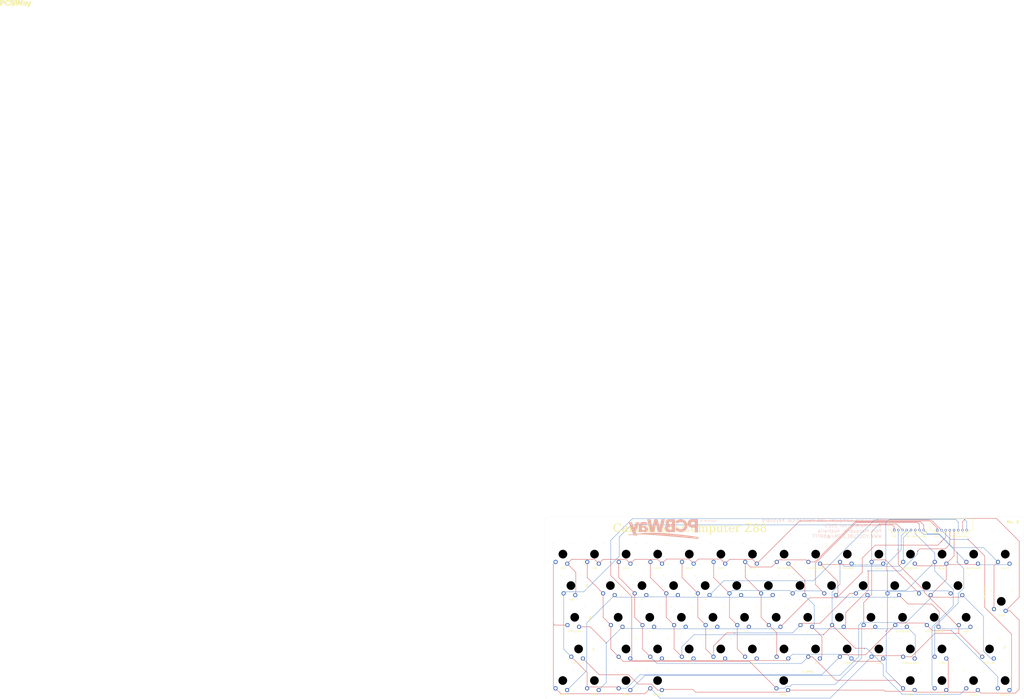
<source format=kicad_pcb>
(kicad_pcb (version 20241229) (generator "pcbnew") (generator_version "9.0")
  (title_block (title "Z88 Mechanical Keyboard (Inverted-T Cursor)") (date "26-Jul-2025") (rev "B") (company "Brett Hallen") (comment 1 "www.youtube.com/@Brfff"))
  (layers (0 "F.Cu" signal) (2 "B.Cu" signal) (13 "F.Paste" user) (15 "B.Paste" user) (5 "F.SilkS" user "F.Silkscreen") (7 "B.SilkS" user "B.Silkscreen") (1 "F.Mask" user) (3 "B.Mask" user) (25 "Edge.Cuts" user))
  (net 0 "")
  (net 1 "COL4")
  (net 2 "COL5")
  (net 3 "COL1")
  (net 4 "COL7")
  (net 5 "COL2")
  (net 6 "COL6")
  (net 7 "COL0")
  (net 8 "COL3")
  (net 9 "ROW4")
  (net 10 "ROW6")
  (net 11 "ROW5")
  (net 12 "ROW7")
  (net 13 "ROW1")
  (net 14 "ROW0")
  (net 15 "ROW3")
  (net 16 "ROW2")
  (footprint "Clueless_Engineer:SW_Gateron_LowProfile_THT" (layer "F.Cu") (at 198.3531 130.4488)
    (property "Reference" "SW32" (hide yes))
    (property "Value" "Y")
  )
  (footprint "Clueless_Engineer:SW_Gateron_LowProfile_THT" (layer "F.Cu") (at 160.2531 130.4488)
    (property "Reference" "SW30" (hide yes))
    (property "Value" "R")
  )
  (footprint "Clueless_Engineer:SW_Gateron_LowProfile_THT" (layer "F.Cu") (at 150.6794 111.4801)
    (property "Reference" "SW22" (hide yes))
    (property "Value" "NELJÄ")
  )
  (footprint "Clueless_Engineer:SW_Gateron_LowProfile_THT" (layer "F.Cu") (at 164.9465 149.585)
    (property "Reference" "SW38" (hide yes))
    (property "Value" "F")
  )
  (footprint "PCM_Mounting_Keyboard_Stabilizer:Stabilizer_Cherry_MX_7.00u" (layer "F.Cu") (at 207.4576 187.7446)
    (property "Reference" "KB4" (hide yes))
    (property "Value" "SPACE_BAR")
  )
  (footprint "Clueless_Engineer:SW_Gateron_LowProfile_THT" (layer "F.Cu") (at 264.9794 111.4801)
    (property "Reference" "SW59" (hide yes))
    (property "Value" "NOLLA")
  )
  (footprint "Clueless_Engineer:SW_Gateron_LowProfile_THT" (layer "F.Cu") (at 341.1794 111.4801)
    (property "Reference" "SW8" (hide yes))
    (property "Value" "DELETE")
  )
  (footprint "Clueless_Engineer:SW_Gateron_LowProfile_THT" (layer "F.Cu") (at 207.6076 187.7446)
    (property "Reference" "SW11" (hide yes))
    (property "Value" "SPACE")
  )
  (footprint "Clueless_Engineer:SW_Gateron_LowProfile_THT" (layer "F.Cu") (at 179.3031 130.4488)
    (property "Reference" "SW31" (hide yes))
    (property "Value" "T")
  )
  (footprint "Clueless_Engineer:SW_Gateron_LowProfile_THT" (layer "F.Cu") (at 131.5576 168.6946)
    (property "Reference" "SW44" (hide yes))
    (property "Value" "X")
  )
  (footprint "Clueless_Engineer:SW_Gateron_LowProfile_THT" (layer "F.Cu") (at 131.5576 187.7446)
    (property "Reference" "SW9" (hide yes))
    (property "Value" "SQUARE")
  )
  (footprint "Clueless_Engineer:SW_Gateron_LowProfile_THT" (layer "F.Cu") (at 93.5294 111.4801)
    (property "Reference" "SW19" (hide yes))
    (property "Value" "YKSI")
  )
  (footprint "Clueless_Engineer:SW_Gateron_LowProfile_THT" (layer "F.Cu") (at 74.4076 187.7446)
    (property "Reference" "SW25" (hide yes))
    (property "Value" "INDEX")
  )
  (footprint "Clueless_Engineer:SW_Gateron_LowProfile_THT" (layer "F.Cu") (at 169.7294 111.4801)
    (property "Reference" "SW23" (hide yes))
    (property "Value" "VIISI")
  )
  (footprint "Clueless_Engineer:SW_Gateron_LowProfile_THT" (layer "F.Cu") (at 341.1076 187.7446)
    (property "Reference" "SW26" (hide yes))
    (property "Value" "DIAMOND")
  )
  (footprint "Clueless_Engineer:55203148" (layer "F.Cu") (at 270.4681 96.9557)
    (property "Reference" "SK6" (hide yes))
    (property "Value" "Z80 Address Bus" (hide yes))
  )
  (footprint "Clueless_Engineer:SW_Gateron_LowProfile_THT" (layer "F.Cu") (at 303.0076 168.6946)
    (property "Reference" "SW15" (hide yes))
    (property "Value" "YLÖS")
  )
  (footprint "Clueless_Engineer:SW_Gateron_LowProfile_THT" (layer "F.Cu") (at 317.5716 149.585)
    (property "Reference" "SW57" (hide yes))
    (property "Value" "GBP")
  )
  (footprint "Clueless_Engineer:SW_Gateron_LowProfile_THT" (layer "F.Cu") (at 312.6531 130.4488)
    (property "Reference" "SW4" (hide yes))
    (property "Value" "]")
  )
  (footprint "Clueless_Engineer:SW_Gateron_LowProfile_THT" (layer "F.Cu") (at 188.7076 168.6946)
    (property "Reference" "SW47" (hide yes))
    (property "Value" "B")
  )
  (footprint "Clueless_Engineer:SW_Gateron_LowProfile_THT" (layer "F.Cu") (at 283.9406 187.7446)
    (property "Reference" "SW12" (hide yes))
    (property "Value" "VASEN")
  )
  (footprint "Clueless_Engineer:SW_Gateron_LowProfile_THT" (layer "F.Cu") (at 298.3129 149.585)
    (property "Reference" "SW58" (hide yes))
    (property "Value" "DOUBLE_QUOTE")
  )
  (footprint "Clueless_Engineer:SW_Gateron_LowProfile_THT" (layer "F.Cu") (at 284.0294 111.4801)
    (property "Reference" "SW5" (hide yes))
    (property "Value" "UNDERSCORE")
  )
  (footprint "MountingHole:MountingHole_3.2mm_M3" (layer "F.Cu") (at 337.4681 96.9557)
    (property "Reference" "H2" (hide yes))
    (property "Value" "MountingHole" (hide yes))
  )
  (footprint "LOGO" (layer "F.Cu") (at -255.5319 -220.3443)
    (property "Reference" "G***")
    (property "Value" "LOGO" (hide yes))
  )
  (footprint "Clueless_Engineer:SW_Gateron_LowProfile_THT" (layer "F.Cu") (at 226.8076 168.6946)
    (property "Reference" "SW52" (hide yes))
    (property "Value" "M")
  )
  (footprint "Clueless_Engineer:SW_Gateron_LowProfile_THT" (layer "F.Cu") (at 283.9576 168.6946)
    (property "Reference" "SW49" (hide yes))
    (property "Value" "/FORWSLASH/")
  )
  (footprint "Clueless_Engineer:SW_Gateron_LowProfile_THT" (layer "F.Cu") (at 322.0576 187.7446)
    (property "Reference" "SW13" (hide yes))
    (property "Value" "OIKEIN")
  )
  (footprint "Clueless_Engineer:SW_Gateron_LowProfile_THT" (layer "F.Cu") (at 279.2465 149.585)
    (property "Reference" "SW50" (hide yes))
    (property "Value" "SEMICOLON")
  )
  (footprint "Clueless_Engineer:SW_Gateron_LowProfile_THT" (layer "F.Cu") (at 131.6294 111.4801)
    (property "Reference" "SW21" (hide yes))
    (property "Value" "KOLME")
  )
  (footprint "Clueless_Engineer:SW_Gateron_LowProfile_THT" (layer "F.Cu") (at 226.8794 111.4801)
    (property "Reference" "SW64" (hide yes))
    (property "Value" "KAHDEKSAN")
  )
  (footprint "Clueless_Engineer:SW_Gateron_LowProfile_THT" (layer "F.Cu") (at 245.8576 168.6946)
    (property "Reference" "SW42" (hide yes))
    (property "Value" "COMMA")
  )
  (footprint "Clueless_Engineer:SW_Gateron_LowProfile_THT" (layer "F.Cu") (at 274.5531 130.4488)
    (property "Reference" "SW60" (hide yes))
    (property "Value" "P")
  )
  (footprint "Clueless_Engineer:SW_Gateron_LowProfile_THT" (layer "F.Cu") (at 103.1031 130.4488)
    (property "Reference" "SW27" (hide yes))
    (property "Value" "Q")
  )
  (footprint "Clueless_Engineer:55203148" (layer "F.Cu") (at 296.4681 96.9557)
    (property "Reference" "SK7" (hide yes))
    (property "Value" "Z80 Data Bus" (hide yes))
  )
  (footprint "Clueless_Engineer:SW_Gateron_LowProfile_THT" (layer "F.Cu") (at 74.4794 111.4801)
    (property "Reference" "SW17" (hide yes))
    (property "Value" "ESC")
  )
  (footprint "Clueless_Engineer:SW_Gateron_LowProfile_THT" (layer "F.Cu") (at 331.6706 168.6946)
    (property "Reference" "SW1" (hide yes))
    (property "Value" "SHIFT_RH")
  )
  (footprint "Clueless_Engineer:SW_Gateron_LowProfile_THT" (layer "F.Cu") (at 236.4531 130.4488)
    (property "Reference" "SW63" (hide yes))
    (property "Value" "I")
  )
  (footprint "Clueless_Engineer:SW_Gateron_LowProfile_THT" (layer "F.Cu") (at 188.7794 111.4801)
    (property "Reference" "SW24" (hide yes))
    (property "Value" "KUUSI")
  )
  (footprint "Clueless_Engineer:SW_Gateron_LowProfile_THT" (layer "F.Cu") (at 207.8294 111.4801)
    (property "Reference" "SW56" (hide yes))
    (property "Value" "SEITSEMÄN")
  )
  (footprint "Clueless_Engineer:SW_Gateron_LowProfile_THT" (layer "F.Cu") (at 260.1965 149.585)
    (property "Reference" "SW51" (hide yes))
    (property "Value" "L")
  )
  (footprint "Clueless_Engineer:SW_Gateron_LowProfile_THT" (layer "F.Cu") (at 245.9294 111.4801)
    (property "Reference" "SW61" (hide yes))
    (property "Value" "YHDEKSÄN")
  )
  (footprint "MountingHole:MountingHole_3.2mm_M3" (layer "F.Cu") (at 95.4681 96.9557)
    (property "Reference" "H1" (hide yes))
    (property "Value" "MountingHole" (hide yes))
  )
  (footprint "Clueless_Engineer:SW_Gateron_LowProfile_THT" (layer "F.Cu") (at 264.9716 168.6946)
    (property "Reference" "SW41" (hide yes))
    (property "Value" "DOT")
  )
  (footprint "Clueless_Engineer:SW_Gateron_LowProfile_THT" (layer "F.Cu") (at 255.5031 130.4488)
    (property "Reference" "SW62" (hide yes))
    (property "Value" "O")
  )
  (footprint "Clueless_Engineer:SW_Gateron_LowProfile_THT" (layer "F.Cu") (at 183.9965 149.585)
    (property "Reference" "SW39" (hide yes))
    (property "Value" "G")
  )
  (footprint "Clueless_Engineer:SW_Gateron_LowProfile_THT" (layer "F.Cu") (at 141.2031 130.4488)
    (property "Reference" "SW29" (hide yes))
    (property "Value" "E")
  )
  (footprint "Clueless_Engineer:SW_Gateron_LowProfile_THT" (layer "F.Cu") (at 79.3063 130.4488)
    (property "Reference" "SW18" (hide yes))
    (property "Value" "TAB")
  )
  (footprint "Clueless_Engineer:SW_Gateron_LowProfile_THT" (layer "F.Cu") (at 338.7701 139.96)
    (property "Reference" "SW16" (hide yes))
    (property "Value" "ENTER")
  )
  (footprint "Clueless_Engineer:SW_Gateron_LowProfile_THT" (layer "F.Cu") (at 203.0465 149.585)
    (property "Reference" "SW40" (hide yes))
    (property "Value" "H")
  )
  (footprint "Clueless_Engineer:SW_Gateron_LowProfile_THT" (layer "F.Cu") (at 93.4529 187.7446)
    (property "Reference" "SW34" (hide yes))
    (property "Value" "MENU")
  )
  (footprint "Clueless_Engineer:SW_Gateron_LowProfile_THT" (layer "F.Cu") (at 322.1294 111.4801)
    (property "Reference" "SW7" (hide yes))
    (property "Value" "\\BACKSLASH\\")
  )
  (footprint "Clueless_Engineer:SW_Gateron_LowProfile_THT" (layer "F.Cu") (at 81.6027 149.585)
    (property "Reference" "SW33" (hide yes))
    (property "Value" "CAPS_LOCK")
  )
  (footprint "Clueless_Engineer:SW_Gateron_LowProfile_THT" (layer "F.Cu") (at 107.7965 149.585)
    (property "Reference" "SW35" (hide yes))
    (property "Value" "A")
  )
  (footprint "Clueless_Engineer:SW_Gateron_LowProfile_THT" (layer "F.Cu") (at 222.0965 149.585)
    (property "Reference" "SW54" (hide yes))
    (property "Value" "J")
  )
  (footprint "Clueless_Engineer:SW_Gateron_LowProfile_THT" (layer "F.Cu") (at 112.5794 111.4801)
    (property "Reference" "SW20" (hide yes))
    (property "Value" "KAKSI")
  )
  (footprint "Clueless_Engineer:SW_Gateron_LowProfile_THT" (layer "F.Cu") (at 112.5076 187.7446)
    (property "Reference" "SW2" (hide yes))
    (property "Value" "APUA!")
  )
  (footprint "Clueless_Engineer:SW_Gateron_LowProfile_THT" (layer "F.Cu") (at 241.1465 149.585)
    (property "Reference" "SW53" (hide yes))
    (property "Value" "K")
  )
  (footprint "Clueless_Engineer:SW_Gateron_LowProfile_THT" (layer "F.Cu") (at 122.1531 130.4488)
    (property "Reference" "SW28" (hide yes))
    (property "Value" "W")
  )
  (footprint "Clueless_Engineer:SW_Gateron_LowProfile_THT" (layer "F.Cu") (at 112.5076 168.6946)
    (property "Reference" "SW43" (hide yes))
    (property "Value" "Z")
  )
  (footprint "Clueless_Engineer:SW_Gateron_LowProfile_THT" (layer "F.Cu") (at 303.0794 111.4801)
    (property "Reference" "SW6" (hide yes))
    (property "Value" "EQUALS")
  )
  (footprint "Clueless_Engineer:SW_Gateron_LowProfile_THT" (layer "F.Cu") (at 83.9306 168.6946)
    (property "Reference" "SW10" (hide yes))
    (property "Value" "SHIFT_LH")
  )
  (footprint "Clueless_Engineer:SW_Gateron_LowProfile_THT" (layer "F.Cu") (at 217.4031 130.4488)
    (property "Reference" "SW55" (hide yes))
    (property "Value" "U")
  )
  (footprint "Clueless_Engineer:SW_Gateron_LowProfile_THT" (layer "F.Cu") (at 207.7576 168.6946)
    (property "Reference" "SW48" (hide yes))
    (property "Value" "N")
  )
  (footprint "Clueless_Engineer:SW_Gateron_LowProfile_THT" (layer "F.Cu") (at 169.6576 168.6946)
    (property "Reference" "SW46" (hide yes))
    (property "Value" "V")
  )
  (footprint "Clueless_Engineer:SW_Gateron_LowProfile_THT" (layer "F.Cu") (at 145.8965 149.585)
    (property "Reference" "SW37" (hide yes))
    (property "Value" "D")
  )
  (footprint "Clueless_Engineer:SW_Gateron_LowProfile_THT" (layer "F.Cu") (at 293.6031 130.4488)
    (property "Reference" "SW3" (hide yes))
    (property "Value" "[")
  )
  (footprint "Clueless_Engineer:SW_Gateron_LowProfile_THT" (layer "F.Cu") (at 150.6076 168.6946)
    (property "Reference" "SW45" (hide yes))
    (property "Value" "C")
  )
  (footprint "Clueless_Engineer:SW_Gateron_LowProfile_THT" (layer "F.Cu") (at 303.0076 187.7446)
    (property "Reference" "SW14" (hide yes))
    (property "Value" "ALAS")
  )
  (footprint "Clueless_Engineer:SW_Gateron_LowProfile_THT" (layer "F.Cu") (at 126.8465 149.585)
    (property "Reference" "SW36" (hide yes))
    (property "Value" "S")
  )
  (gr_poly (pts (xy 155.419048 90.378481) (xy 155.332943 90.378329) (xy 155.050052 90.37881) (xy 154.852194 90.378847) (xy 154.436084 90.379463) (xy 153.908098 90.379993) (xy 153.498388 90.380338) (xy 153.304118 90.380493) (xy 152.656948 90.381892) (xy 152.442366 90.384364) (xy 152.275612 90.389019) (xy 152.138053 90.396604) (xy 152.011058 90.40787) (xy 151.714235 90.444439) (xy 151.634938 90.454749) (xy 151.525896 90.472782) (xy 151.418987 90.495706) (xy 151.314257 90.52345) (xy 151.211753 90.555945) (xy 151.111522 90.59312) (xy 151.01361 90.634904) (xy 150.918065 90.681226) (xy 150.824931 90.732015) (xy 150.734257 90.787202) (xy 150.646089 90.846715) (xy 150.560473 90.910484) (xy 150.477456 90.978438) (xy 150.397086 91.050507) (xy 150.319407 91.126619) (xy 150.244468 91.206705) (xy 150.172314 91.290693) (xy 150.08978 91.409569) (xy 150.015409 91.531727) (xy 149.948983 91.656923) (xy 149.890286 91.784913) (xy 149.839101 91.915456) (xy 149.795211 92.048307) (xy 149.758401 92.183225) (xy 149.728452 92.319965) (xy 149.70515 92.458286) (xy 149.688276 92.597943) (xy 149.677615 92.738694) (xy 149.67295 92.880296) (xy 149.674064 93.022506) (xy 149.68074 93.165081) (xy 149.692762 93.307778) (xy 149.709913 93.450354) (xy 149.732955 93.568528) (xy 149.761489 93.684608) (xy 149.795432 93.798454) (xy 149.834695 93.90993) (xy 149.879192 94.018898) (xy 149.928839 94.125219) (xy 149.983547 94.228755) (xy 150.043231 94.329369) (xy 150.107806 94.426924) (xy 150.177183 94.52128) (xy 150.251278 94.6123) (xy 150.330004 94.699846) (xy 150.413274 94.78378) (xy 150.501003 94.863964) (xy 150.593104 94.940261) (xy 150.689491 95.012532) (xy 150.840753 95.101713) (xy 150.995184 95.179214) (xy 151.152525 95.245848) (xy 151.312518 95.302426) (xy 151.474904 95.349763) (xy 151.639425 95.388669) (xy 151.805822 95.419958) (xy 151.973836 95.444442) (xy 152.143209 95.462933) (xy 152.313682 95.476243) (xy 152.484997 95.485186) (xy 152.656895 95.490573) (xy 153.001404 95.49393) (xy 153.345143 95.492813) (xy 153.522458 95.492497) (xy 153.951618 95.491366) (xy 153.951084 95.591927) (xy 153.947505 96.529783) (xy 153.94563 97.011951) (xy 153.944087 97.477203) (xy 153.943225 97.654773) (xy 153.942686 97.779051) (xy 153.942607 97.903332) (xy 153.941742 97.977612) (xy 153.942273 98.023652) (xy 153.942936 98.045503) (xy 153.944015 98.066678) (xy 153.945625 98.087252) (xy 153.94788 98.107304) (xy 153.950894 98.126909) (xy 153.954781 98.146145) (xy 153.959655 98.165088) (xy 153.965631 98.183815) (xy 153.972821 98.202404) (xy 153.981341 98.22093) (xy 153.991304 98.239471) (xy 154.002824 98.258103) (xy 154.016016 98.276904) (xy 154.030993 98.29595) (xy 154.058996 98.309698) (xy 154.087607 98.321319) (xy 154.116767 98.33098) (xy 154.146413 98.338854) (xy 154.176485 98.34511) (xy 154.206923 98.349919) (xy 154.237665 98.353451) (xy 154.26865 98.355877) (xy 154.299818 98.357366) (xy 154.331107 98.35809) (xy 154.393808 98.357922) (xy 154.517992 98.355894) (xy 154.614048 98.356048) (xy 154.814731 98.355765) (xy 154.9681 98.3557) (xy 155.121469 98.356101) (xy 155.316702 98.355894) (xy 155.409168 98.356219) (xy 155.503601 98.355555) (xy 155.575898 98.354341) (xy 155.605189 98.353306) (xy 155.63068 98.35187) (xy 155.652948 98.349943) (xy 155.672572 98.347437) (xy 155.690128 98.344263) (xy 155.706196 98.340334) (xy 155.721353 98.335561) (xy 155.736177 98.329856) (xy 155.751246 98.323131) (xy 155.767137 98.315297) (xy 155.803701 98.29595) (xy 155.813678 98.284013) (xy 155.822917 98.27194) (xy 155.831447 98.259732) (xy 155.839295 98.247392) (xy 155.846487 98.234923) (xy 155.853052 98.222329) (xy 155.859017 98.209612) (xy 155.864409 98.196775) (xy 155.873584 98.170753) (xy 155.880796 98.144287) (xy 155.886264 98.1174) (xy 155.890208 98.090115) (xy 155.892846 98.062457) (xy 155.894397 98.034449) (xy 155.895081 98.006114) (xy 155.895117 97.977476) (xy 155.893155 97.860359) (xy 155.893531 97.766334) (xy 155.893682 97.637298) (xy 155.893452 97.508262) (xy 155.893768 97.229824) (xy 155.893815 96.684483) (xy 155.893698 96.241302) (xy 155.893734 96.17761) (xy 155.893812 96.049516) (xy 155.893351 94.84815) (xy 155.893424 93.824491) (xy 153.978076 93.824491) (xy 153.571853 93.82942) (xy 153.424889 93.829994) (xy 153.29399 93.828996) (xy 153.163129 93.826195) (xy 153.016279 93.821359) (xy 152.610511 93.804648) (xy 152.538061 93.7997) (xy 152.489518 93.794579) (xy 152.441145 93.788003) (xy 152.393038 93.779907) (xy 152.34529 93.770225) (xy 152.297998 93.758894) (xy 152.251255 93.74585) (xy 152.205157 93.731028) (xy 152.159799 93.714363) (xy 152.115276 93.695792) (xy 152.071682 93.675249) (xy 152.029112 93.652671) (xy 151.987662 93.627993) (xy 151.947425 93.60115) (xy 151.908498 93.572079) (xy 151.870975 93.540714) (xy 151.834951 93.506992) (xy 151.802171 93.462725) (xy 151.773058 93.418331) (xy 151.747432 93.373729) (xy 151.725115 93.328843) (xy 151.705924 93.283595) (xy 151.689682 93.237907) (xy 151.676206 93.191701) (xy 151.665318 93.144899) (xy 151.656836 93.097424) (xy 151.650582 93.049197) (xy 151.646375 93.000142) (xy 151.644035 92.950179) (xy 151.643382 92.899231) (xy 151.644236 92.84722) (xy 151.646416 92.794069) (xy 151.649743 92.7397) (xy 151.659709 92.698013) (xy 151.671754 92.657562) (xy 151.685809 92.618327) (xy 151.701805 92.58029) (xy 151.719673 92.543432) (xy 151.739346 92.507735) (xy 151.760753 92.47318) (xy 151.783827 92.439749) (xy 151.808498 92.407424) (xy 151.834699 92.376185) (xy 151.862359 92.346014) (xy 151.891411 92.316893) (xy 151.921786 92.288803) (xy 151.953415 92.261725) (xy 151.986229 92.235641) (xy 152.02016 92.210533) (xy 152.050151 92.19443) (xy 152.079974 92.179523) (xy 152.109688 92.165767) (xy 152.139354 92.15312) (xy 152.16903 92.141537) (xy 152.198777 92.130974) (xy 152.228655 92.121387) (xy 152.258722 92.112734) (xy 152.289039 92.10497) (xy 152.319664 92.098051) (xy 152.350659 92.091933) (xy 152.382083 92.086573) (xy 152.413995 92.081927) (xy 152.446454 92.077951) (xy 152.479522 92.074601) (xy 152.513256 92.071834) (xy 152.585543 92.065782) (xy 152.689477 92.058887) (xy 152.793405 92.053841) (xy 152.897339 92.050396) (xy 153.00129 92.048303) (xy 153.209289 92.047177) (xy 153.41749 92.048476) (xy 153.951618 92.051783) (xy 153.978076 93.824491) (xy 155.893424 93.824491) (xy 155.893424 93.817141) (xy 155.893772 92.620096) (xy 155.893698 92.492471) (xy 155.893661 92.429042) (xy 155.893895 91.986353) (xy 155.893634 91.446925) (xy 155.893606 91.171659) (xy 155.893611 91.022537) (xy 155.893155 90.873415) (xy 155.893692 90.785323) (xy 155.892878 90.702564) (xy 155.891192 90.639184) (xy 155.889693 90.613489) (xy 155.887579 90.591111) (xy 155.884721 90.571542) (xy 155.880985 90.554273) (xy 155.87624 90.538795) (xy 155.870355 90.524598) (xy 155.863196 90.511174) (xy 155.854633 90.498013) (xy 155.844534 90.484607) (xy 155.832767 90.470446) (xy 155.803701 90.437825) (xy 155.78957 90.428567) (xy 155.775722 90.420302) (xy 155.762091 90.412977) (xy 155.748613 90.406536) (xy 155.735221 90.400925) (xy 155.72185 90.396089) (xy 155.708435 90.391974) (xy 155.69491 90.388526) (xy 155.68121 90.385689) (xy 155.667269 90.383409) (xy 155.653022 90.381631) (xy 155.638404 90.380301) (xy 155.623349 90.379364) (xy 155.607791 90.378766) (xy 155.574905 90.378367) (xy 155.500339 90.37803)) (stroke (width -0.000001)) (fill yes) (layer "B.SilkS"))
  (gr_poly (pts (xy 118.526422 92.305809) (xy 118.515142 92.308171) (xy 118.50524 92.310456) (xy 118.496525 92.312761) (xy 118.488811 92.315186) (xy 118.481907 92.317828) (xy 118.475626 92.320786) (xy 118.469779 92.324159) (xy 118.464179 92.328044) (xy 118.458635 92.33254) (xy 118.45296 92.337746) (xy 118.446965 92.343759) (xy 118.440461 92.35068) (xy 118.425176 92.367632) (xy 118.408385 92.408926) (xy 118.392139 92.450331) (xy 118.376391 92.491858) (xy 118.361091 92.53352) (xy 118.331638 92.617297) (xy 118.303389 92.701756) (xy 118.277797 92.778618) (xy 118.194527 93.030535) (xy 118.135878 93.207114) (xy 117.981496 93.673309) (xy 117.735887 94.414246) (xy 117.65114 94.670388) (xy 117.597386 94.832685) (xy 117.57133 94.911351) (xy 117.502331 95.116014) (xy 117.431603 95.320086) (xy 117.401772 95.404935) (xy 117.344701 95.565447) (xy 117.319124 95.63776) (xy 117.296391 95.701314) (xy 117.291103 95.719503) (xy 117.288963 95.727167) (xy 117.287129 95.73414) (xy 117.285576 95.740618) (xy 117.284281 95.746796) (xy 117.283221 95.752872) (xy 117.282372 95.759042) (xy 117.281711 95.765501) (xy 117.281215 95.772447) (xy 117.280859 95.780075) (xy 117.28062 95.788582) (xy 117.280401 95.809018) (xy 117.28037 95.835325) (xy 117.227452 95.835325) (xy 117.220012 95.790727) (xy 117.204928 95.71434) (xy 117.187815 95.63872) (xy 117.16893 95.563722) (xy 117.148531 95.489201) (xy 117.126874 95.415012) (xy 117.104215 95.34101) (xy 117.05692 95.192987) (xy 117.021428 95.082269) (xy 116.945885 94.847399) (xy 116.768132 94.293771) (xy 116.708223 94.106982) (xy 116.526103 93.534465) (xy 116.346059 92.961288) (xy 116.318834 92.874247) (xy 116.221797 92.563847) (xy 116.201747 92.49965) (xy 116.184456 92.444229) (xy 116.174215 92.412197) (xy 116.163805 92.380218) (xy 116.142662 92.316367) (xy 114.211205 92.316367) (xy 114.224295 92.379477) (xy 114.231058 92.409429) (xy 114.238222 92.438762) (xy 114.245979 92.467814) (xy 114.254521 92.496921) (xy 114.26404 92.526423) (xy 114.274727 92.556655) (xy 114.297734 92.619437) (xy 114.32303 92.687506) (xy 114.349904 92.76053) (xy 114.439406 93.002629) (xy 114.50324 93.175674) (xy 114.713912 93.745116) (xy 114.750609 93.844187) (xy 115.190016 95.028775) (xy 115.591997 96.113137) (xy 115.656969 96.288579) (xy 115.919121 96.996636) (xy 116.595751 98.822188) (xy 116.651515 98.972371) (xy 116.727535 99.176929) (xy 116.750087 99.237753) (xy 116.780035 99.317838) (xy 116.790194 99.344365) (xy 116.798401 99.364941) (xy 116.8056 99.381862) (xy 116.812734 99.397425) (xy 116.830577 99.433658) (xy 116.899199 99.436346) (xy 116.967747 99.437259) (xy 117.036224 99.43653) (xy 117.104632 99.434291) (xy 117.241252 99.425819) (xy 117.377625 99.412907) (xy 117.513773 99.39662) (xy 117.649714 99.378023) (xy 117.921053 99.33816) (xy 118.019385 99.325091) (xy 118.117661 99.313936) (xy 118.215933 99.304476) (xy 118.314256 99.296492) (xy 118.511266 99.284069) (xy 118.70912 99.274908) (xy 118.713669 99.261882) (xy 118.71757 99.249049) (xy 118.720847 99.236399) (xy 118.72352 99.22392) (xy 118.725613 99.211602) (xy 118.727147 99.199435) (xy 118.728145 99.187406) (xy 118.728629 99.175507) (xy 118.728143 99.152053) (xy 118.725867 99.128985) (xy 118.721978 99.106219) (xy 118.716654 99.083669) (xy 118.710072 99.061249) (xy 118.70241 99.038874) (xy 118.693846 99.016458) (xy 118.684556 98.993916) (xy 118.643697 98.900771) (xy 118.584837 98.757007) (xy 118.537902 98.644418) (xy 118.490575 98.531995) (xy 118.445263 98.422997) (xy 118.400612 98.313726) (xy 118.371474 98.246803) (xy 118.36016 98.217392) (xy 118.350391 98.189118) (xy 118.342148 98.161816) (xy 118.335412 98.13532) (xy 118.330163 98.109463) (xy 118.326384 98.084079) (xy 118.324054 98.059003) (xy 118.323154 98.034067) (xy 118.323666 98.009105) (xy 118.32557 97.983952) (xy 118.328847 97.958441) (xy 118.333479 97.932406) (xy 118.339445 97.90568) (xy 118.346727 97.878098) (xy 118.355306 97.849494) (xy 118.365163 97.8197) (xy 118.383946 97.763544) (xy 118.399599 97.720053) (xy 118.415718 97.676778) (xy 118.432209 97.633641) (xy 118.448979 97.590566) (xy 118.473903 97.525711) (xy 118.527278 97.387616) (xy 118.642748 97.08793) (xy 118.702394 96.932798) (xy 118.837257 96.57869) (xy 118.970397 96.223931) (xy 119.068269 95.962449) (xy 119.094893 95.891356) (xy 119.453911 94.937003) (xy 119.587883 94.581327) (xy 120.015828 93.449855) (xy 120.145857 93.107819) (xy 120.215633 92.925106) (xy 120.310881 92.675104) (xy 120.339336 92.601382) (xy 120.364794 92.533969) (xy 120.386992 92.475878) (xy 120.392095 92.457953) (xy 120.39416 92.450294) (xy 120.39593 92.443192) (xy 120.397428 92.436413) (xy 120.398678 92.429724) (xy 120.399701 92.422891) (xy 120.40052 92.41568) (xy 120.401158 92.407859) (xy 120.401637 92.399192) (xy 120.40198 92.389447) (xy 120.402211 92.37839) (xy 120.402422 92.351405) (xy 120.402452 92.316367) (xy 120.026769 92.312331) (xy 119.651076 92.309512) (xy 119.476631 92.308252) (xy 119.30219 92.306387) (xy 119.133901 92.304691) (xy 118.965605 92.303815) (xy 118.901344 92.303273) (xy 118.837087 92.302379) (xy 118.792138 92.301805) (xy 118.747199 92.301481) (xy 118.657308 92.301348) (xy 118.553865 92.300458)) (stroke (width -0.000001)) (fill yes) (layer "B.SilkS"))
  (gr_poly (pts (xy 141.939341 90.429998) (xy 141.922905 90.430844) (xy 141.888447 90.433088) (xy 141.870662 90.433937) (xy 141.852666 90.434239) (xy 141.780017 90.434401) (xy 141.703836 90.434261) (xy 141.451813 90.434311) (xy 141.275093 90.434234) (xy 140.901994 90.434376) (xy 140.432092 90.434284) (xy 139.391536 90.435541) (xy 139.107017 90.440356) (xy 138.772183 90.449917) (xy 138.717723 90.451538) (xy 138.456423 90.463323) (xy 138.325511 90.472826) (xy 138.194898 90.485442) (xy 138.064939 90.501704) (xy 137.935989 90.52214) (xy 137.808404 90.547281) (xy 137.682539 90.577658) (xy 137.558749 90.613802) (xy 137.437389 90.656243) (xy 137.318814 90.705511) (xy 137.203381 90.762136) (xy 137.091444 90.82665) (xy 136.983358 90.899582) (xy 136.879478 90.981464) (xy 136.780161 91.072825) (xy 136.716084 91.145505) (xy 136.657501 91.219672) (xy 136.604256 91.295332) (xy 136.556193 91.372497) (xy 136.513154 91.451173) (xy 136.474984 91.53137) (xy 136.441525 91.613097) (xy 136.412623 91.696363) (xy 136.38812 91.781175) (xy 136.36786 91.867543) (xy 136.351687 91.955477) (xy 136.339444 92.044983) (xy 136.330975 92.136072) (xy 136.326124 92.228751) (xy 136.324734 92.323031) (xy 136.326648 92.418918) (xy 136.334278 92.505027) (xy 136.345694 92.590213) (xy 136.360871 92.674368) (xy 136.379784 92.757382) (xy 136.402407 92.839145) (xy 136.428715 92.919547) (xy 136.458685 92.998479) (xy 136.492289 93.075832) (xy 136.529504 93.151494) (xy 136.570304 93.225357) (xy 136.614664 93.297311) (xy 136.66256 93.367247) (xy 136.713965 93.435054) (xy 136.768856 93.500623) (xy 136.827206 93.563844) (xy 136.888991 93.624607) (xy 136.94197 93.667071) (xy 136.995911 93.708068) (xy 137.050742 93.747724) (xy 137.106394 93.786165) (xy 137.162794 93.82352) (xy 137.219873 93.859913) (xy 137.277561 93.895473) (xy 137.335785 93.930325) (xy 137.261061 93.952752) (xy 137.172015 93.981574) (xy 137.083299 94.01292) (xy 136.995251 94.046945) (xy 136.908211 94.083802) (xy 136.822518 94.123648) (xy 136.738511 94.166637) (xy 136.656529 94.212923) (xy 136.576912 94.262662) (xy 136.499998 94.316009) (xy 136.426126 94.373118) (xy 136.355636 94.434144) (xy 136.288868 94.499242) (xy 136.226159 94.568566) (xy 136.16785 94.642273) (xy 136.114279 94.720516) (xy 136.065785 94.80345) (xy 136.037256 94.875071) (xy 136.012919 94.948087) (xy 135.992445 95.022342) (xy 135.975509 95.097681) (xy 135.961781 95.173949) (xy 135.950934 95.25099) (xy 135.942641 95.328649) (xy 135.936573 95.406771) (xy 135.929803 95.563782) (xy 135.928004 95.72078) (xy 135.92883 96.029771) (xy 135.927982 96.142591) (xy 135.928928 96.23607) (xy 135.933513 96.326413) (xy 135.941811 96.413834) (xy 135.953897 96.498548) (xy 135.969845 96.580769) (xy 135.98973 96.66071) (xy 136.013626 96.738586) (xy 136.041608 96.814611) (xy 136.073751 96.888999) (xy 136.110129 96.961965) (xy 136.150817 97.033722) (xy 136.195889 97.104484) (xy 136.24542 97.174466) (xy 136.299485 97.243882) (xy 136.358158 97.312945) (xy 136.421514 97.381871) (xy 136.53717 97.489836) (xy 136.657882 97.588942) (xy 136.783305 97.67945) (xy 136.913099 97.761624) (xy 137.046919 97.835727) (xy 137.184425 97.902022) (xy 137.325273 97.960772) (xy 137.469122 98.01224) (xy 137.615628 98.056689) (xy 137.764449 98.094383) (xy 137.915244 98.125584) (xy 138.067668 98.150556) (xy 138.221381 98.169561) (xy 138.376039 98.182863) (xy 138.531301 98.190724) (xy 138.686823 98.193408) (xy 138.786362 98.19312) (xy 138.893627 98.193132) (xy 139.182037 98.192799) (xy 139.48448 98.192587) (xy 140.055957 98.192022) (xy 140.707088 98.191447) (xy 142.045369 98.190116) (xy 142.046718 95.238791) (xy 142.046822 94.890738) (xy 142.046832 94.856366) (xy 140.060994 94.856366) (xy 140.060994 96.734908) (xy 139.445838 96.72664) (xy 139.253679 96.724644) (xy 139.099812 96.721989) (xy 139.021639 96.721488) (xy 138.961011 96.719397) (xy 138.900118 96.715542) (xy 138.83911 96.709837) (xy 138.778139 96.702197) (xy 138.717357 96.692535) (xy 138.656915 96.680765) (xy 138.596964 96.666801) (xy 138.537656 96.650556) (xy 138.479143 96.631944) (xy 138.421576 96.61088) (xy 138.365106 96.587276) (xy 138.309886 96.561048) (xy 138.256066 96.532108) (xy 138.203798 96.50037) (xy 138.153234 96.465748) (xy 138.104524 96.428157) (xy 138.089018 96.411167) (xy 138.074348 96.394141) (xy 138.060396 96.376969) (xy 138.047044 96.359542) (xy 138.034171 96.341753) (xy 138.02166 96.323491) (xy 138.009391 96.304649) (xy 137.997244 96.285117) (xy 137.964377 96.2322) (xy 137.950923 96.203932) (xy 137.938991 96.175704) (xy 137.928489 96.147485) (xy 137.919325 96.119245) (xy 137.911404 96.090952) (xy 137.904635 96.062576) (xy 137.898924 96.034086) (xy 137.894179 96.005453) (xy 137.890307 95.976645) (xy 137.887214 95.947631) (xy 137.884808 95.918382) (xy 137.882997 95.888866) (xy 137.880784 95.828912) (xy 137.879834 95.767525) (xy 137.879021 95.704092) (xy 137.880178 95.664034) (xy 137.882514 95.62449) (xy 137.886107 95.58548) (xy 137.891033 95.547023) (xy 137.89737 95.509139) (xy 137.905195 95.471848) (xy 137.914584 95.43517) (xy 137.925615 95.399123) (xy 137.938364 95.363727) (xy 137.952909 95.329002) (xy 137.969327 95.294967) (xy 137.987694 95.261642) (xy 138.008088 95.229047) (xy 138.030585 95.1972) (xy 138.055263 95.166122) (xy 138.082199 95.135833) (xy 138.120294 95.104251) (xy 138.159462 95.075018) (xy 138.199651 95.048047) (xy 138.240808 95.023249) (xy 138.282878 95.000537) (xy 138.32581 94.979823) (xy 138.414043 94.944038) (xy 138.50508 94.915189) (xy 138.598497 94.892575) (xy 138.693868 94.875493) (xy 138.790766 94.86324) (xy 138.888767 94.855113) (xy 138.987443 94.850409) (xy 139.08637 94.848425) (xy 139.185122 94.848459) (xy 139.569861 94.854713) (xy 140.060994 94.856366) (xy 142.046832 94.856366) (xy 142.046843 94.820744) (xy 142.047409 93.697226) (xy 142.047856 92.545276) (xy 142.04818 91.919492) (xy 140.060994 91.919492) (xy 140.060994 93.480533) (xy 139.593012 93.487148) (xy 139.447627 93.490067) (xy 139.332394 93.490146) (xy 139.217195 93.486364) (xy 139.159901 93.482391) (xy 139.102968 93.476691) (xy 139.046514 93.46901) (xy 138.990655 93.459095) (xy 138.935509 93.446692) (xy 138.881195 93.431546) (xy 138.827828 93.413404) (xy 138.775527 93.392013) (xy 138.724408 93.367117) (xy 138.674591 93.338463) (xy 138.626191 93.305797) (xy 138.579328 93.268866) (xy 138.549208 93.237273) (xy 138.521799 93.205469) (xy 138.49698 93.173372) (xy 138.474628 93.140899) (xy 138.454621 93.107967) (xy 138.436837 93.074493) (xy 138.421154 93.040395) (xy 138.40745 93.005589) (xy 138.395604 92.969993) (xy 138.385492 92.933524) (xy 138.376994 92.8961) (xy 138.369987 92.857637) (xy 138.36435 92.818053) (xy 138.359959 92.777265) (xy 138.356694 92.735189) (xy 138.354431 92.691744) (xy 138.355939 92.652813) (xy 138.358548 92.614436) (xy 138.362313 92.576608) (xy 138.367291 92.539322) (xy 138.373535 92.502573) (xy 138.381102 92.466353) (xy 138.390045 92.430656) (xy 138.400421 92.395476) (xy 138.412285 92.360807) (xy 138.42569 92.326642) (xy 138.440694 92.292974) (xy 138.45735 92.259798) (xy 138.475713 92.227108) (xy 138.49584 92.194895) (xy 138.517785 92.163156) (xy 138.541603 92.131882) (xy 138.568578 92.107653) (xy 138.59644 92.085236) (xy 138.625145 92.064562) (xy 138.654649 92.045563) (xy 138.684908 92.028171) (xy 138.715877 92.012318) (xy 138.747514 91.997937) (xy 138.779773 91.98496) (xy 138.845981 91.962943) (xy 138.914151 91.945724) (xy 138.983929 91.93276) (xy 139.054963 91.923507) (xy 139.126899 91.917421) (xy 139.199384 91.913959) (xy 139.272067 91.912577) (xy 139.344594 91.912731) (xy 139.626085 91.917838) (xy 140.060994 91.919492) (xy 142.04818 91.919492) (xy 142.048224 91.833874) (xy 142.04837 91.34672) (xy 142.048523 91.065227) (xy 142.048551 90.760768) (xy 142.048784 90.669908) (xy 142.048624 90.588196) (xy 142.048654 90.517108) (xy 142.047724 90.506558) (xy 142.04631 90.496865) (xy 142.044427 90.487993) (xy 142.042091 90.479908) (xy 142.039315 90.472576) (xy 142.036115 90.465963) (xy 142.032506 90.460035) (xy 142.028502 90.454757) (xy 142.024118 90.450096) (xy 142.01937 90.446016) (xy 142.014272 90.442484) (xy 142.008839 90.439466) (xy 142.003085 90.436927) (xy 141.997026 90.434833) (xy 141.990676 90.43315) (xy 141.984051 90.431843) (xy 141.977165 90.430879) (xy 141.970033 90.430224) (xy 141.962669 90.429842) (xy 141.95509 90.4297)) (stroke (width -0.000001)) (fill yes) (layer "B.SilkS"))
  (gr_rect (start 127.281618 98.084283) (end 129.371828 98.190116) (stroke (width -0.000001)) (fill yes) (layer "B.SilkS"))
  (gr_poly (pts (xy 136.250993 98.825116) (xy 136.277452 98.878033) (xy 136.171619 98.904491) (xy 136.542035 98.904491) (xy 136.515578 98.851575) (xy 136.469365 98.844354) (xy 136.423089 98.837535) (xy 136.376755 98.831122) (xy 136.330368 98.825116) (xy 136.303911 98.798658)) (stroke (width -0.000001)) (fill yes) (layer "B.SilkS"))
  (gr_poly (pts (xy 131.40912 96.761366) (xy 131.462035 96.973033) (xy 131.479485 96.946726) (xy 131.486514 96.935873) (xy 131.492498 96.926292) (xy 131.497504 96.917785) (xy 131.501597 96.910159) (xy 131.504842 96.903215) (xy 131.507304 96.896758) (xy 131.50905 96.890592) (xy 131.510143 96.884521) (xy 131.510651 96.878347) (xy 131.510638 96.871876) (xy 131.510169 96.864911) (xy 131.50931 96.857255) (xy 131.506685 96.839088) (xy 131.495755 96.808624) (xy 131.491539 96.797549) (xy 131.48746 96.787618) (xy 131.482993 96.777609) (xy 131.477615 96.766301) (xy 131.462035 96.734908)) (stroke (width -0.000001)) (fill yes) (layer "B.SilkS"))
  (gr_poly (pts (xy 118.714069 99.613576) (xy 118.607665 99.617171) (xy 118.501526 99.62253) (xy 118.395559 99.629444) (xy 118.289674 99.637705) (xy 118.183779 99.647103) (xy 117.971593 99.668475) (xy 117.835478 99.682428) (xy 117.412197 99.72819) (xy 116.98933 99.777616) (xy 116.99256 99.814485) (xy 116.996947 99.849745) (xy 117.002433 99.883634) (xy 117.008962 99.916388) (xy 117.016478 99.948241) (xy 117.024924 99.979431) (xy 117.034243 100.010194) (xy 117.044379 100.040766) (xy 117.066875 100.102279) (xy 117.091958 100.165861) (xy 117.148079 100.306783) (xy 119.158913 100.306783) (xy 119.146098 100.232268) (xy 119.139517 100.1979) (xy 119.132366 100.164633) (xy 119.124301 100.13185) (xy 119.114983 100.09893) (xy 119.104068 100.065257) (xy 119.091216 100.030211) (xy 119.066875 99.967372) (xy 119.041503 99.903293) (xy 119.016438 99.837975) (xy 118.988362 99.766802) (xy 118.976574 99.737966) (xy 118.965906 99.713189) (xy 118.956069 99.69214) (xy 118.946778 99.674488) (xy 118.937745 99.659902) (xy 118.928686 99.64805) (xy 118.924056 99.643046) (xy 118.919312 99.638602) (xy 118.914417 99.634676) (xy 118.909337 99.631227) (xy 118.904035 99.628212) (xy 118.898475 99.625592) (xy 118.88644 99.621368) (xy 118.872944 99.618224) (xy 118.857701 99.615827) (xy 118.82083 99.611954)) (stroke (width -0.000001)) (fill yes) (layer "B.SilkS"))
  (gr_poly (pts (xy 121.804744 98.983866) (xy 121.645995 98.983866) (xy 121.619536 99.036783) (xy 121.88412 99.036783) (xy 121.831203 98.930949)) (stroke (width -0.000001)) (fill yes) (layer "B.SilkS"))
  (gr_poly (pts (xy 143.209535 99.433658) (xy 143.474118 99.460116) (xy 143.500577 99.380741) (xy 143.235994 99.354283)) (stroke (width -0.000001)) (fill yes) (layer "B.SilkS"))
  (gr_poly (pts (xy 118.526422 92.305809) (xy 118.515142 92.308171) (xy 118.50524 92.310456) (xy 118.496525 92.312761) (xy 118.488811 92.315186) (xy 118.481907 92.317828) (xy 118.475626 92.320786) (xy 118.469779 92.324159) (xy 118.464179 92.328044) (xy 118.458635 92.33254) (xy 118.45296 92.337746) (xy 118.446965 92.343759) (xy 118.440461 92.35068) (xy 118.425176 92.367632) (xy 118.408385 92.408926) (xy 118.392139 92.450331) (xy 118.376391 92.491858) (xy 118.361091 92.53352) (xy 118.331638 92.617297) (xy 118.303389 92.701756) (xy 118.277797 92.778618) (xy 118.194527 93.030535) (xy 118.135878 93.207114) (xy 117.981496 93.673309) (xy 117.735887 94.414246) (xy 117.65114 94.670388) (xy 117.597386 94.832685) (xy 117.57133 94.911351) (xy 117.502331 95.116014) (xy 117.431603 95.320086) (xy 117.401772 95.404935) (xy 117.344701 95.565447) (xy 117.319124 95.63776) (xy 117.296391 95.701314) (xy 117.291103 95.719503) (xy 117.288963 95.727167) (xy 117.287129 95.73414) (xy 117.285576 95.740618) (xy 117.284281 95.746796) (xy 117.283221 95.752872) (xy 117.282372 95.759042) (xy 117.281711 95.765501) (xy 117.281215 95.772447) (xy 117.280859 95.780075) (xy 117.28062 95.788582) (xy 117.280401 95.809018) (xy 117.28037 95.835325) (xy 117.227452 95.835325) (xy 117.220012 95.790727) (xy 117.204928 95.71434) (xy 117.187815 95.63872) (xy 117.16893 95.563722) (xy 117.148531 95.489201) (xy 117.126874 95.415012) (xy 117.104215 95.34101) (xy 117.05692 95.192987) (xy 117.021428 95.082269) (xy 116.945885 94.847399) (xy 116.768132 94.293771) (xy 116.708223 94.106982) (xy 116.526103 93.534465) (xy 116.346059 92.961288) (xy 116.318834 92.874247) (xy 116.221797 92.563847) (xy 116.201747 92.49965) (xy 116.184456 92.444229) (xy 116.174215 92.412197) (xy 116.163805 92.380218) (xy 116.142662 92.316367) (xy 114.211205 92.316367) (xy 114.224295 92.379477) (xy 114.231058 92.409429) (xy 114.238222 92.438762) (xy 114.245979 92.467814) (xy 114.254521 92.496921) (xy 114.26404 92.526423) (xy 114.274727 92.556655) (xy 114.297734 92.619437) (xy 114.32303 92.687506) (xy 114.349904 92.76053) (xy 114.439406 93.002629) (xy 114.50324 93.175674) (xy 114.713912 93.745116) (xy 114.750609 93.844187) (xy 115.190016 95.028775) (xy 115.591997 96.113137) (xy 115.656969 96.288579) (xy 115.953188 97.088662) (xy 116.089241 97.45616) (xy 116.155898 97.636212) (xy 116.508116 98.584718) (xy 116.538542 98.666318) (xy 116.680534 99.046621) (xy 116.730119 99.179513) (xy 116.753084 99.240751) (xy 116.76485 99.267697) (xy 116.773882 99.288987) (xy 116.777558 99.298121) (xy 116.780776 99.306573) (xy 116.783608 99.314586) (xy 116.78613 99.322405) (xy 116.788417 99.330272) (xy 116.790544 99.338432) (xy 116.792585 99.347129) (xy 116.794614 99.356607) (xy 116.79894 99.378879) (xy 116.804118 99.407199) (xy 115.774547 99.528648) (xy 115.296324 99.585057) (xy 114.833641 99.639611) (xy 114.658318 99.660305) (xy 114.130719 99.721031) (xy 113.602663 99.777616) (xy 113.604497 99.790654) (xy 113.606502 99.802835) (xy 113.608721 99.81425) (xy 113.611198 99.824992) (xy 113.613976 99.835153) (xy 113.617098 99.844826) (xy 113.620608 99.854104) (xy 113.62455 99.863077) (xy 113.628966 99.87184) (xy 113.6339 99.880484) (xy 113.639395 99.889101) (xy 113.645495 99.897784) (xy 113.652244 99.906625) (xy 113.659683 99.915717) (xy 113.667858 99.925152) (xy 113.676811 99.935022) (xy 113.700034 99.951496) (xy 113.723182 99.966706) (xy 113.746267 99.980694) (xy 113.769304 99.993503) (xy 113.792305 100.005175) (xy 113.815284 100.015755) (xy 113.861227 100.033809) (xy 113.907239 100.048006) (xy 113.953425 100.058692) (xy 113.999891 100.06621) (xy 114.046743 100.070905) (xy 114.094085 100.07312) (xy 114.142023 100.073199) (xy 114.190664 100.071487) (xy 114.240112 100.068327) (xy 114.341852 100.05904) (xy 114.448088 100.04809) (xy 114.602632 100.03522) (xy 114.805633 100.017478) (xy 115.008531 99.998604) (xy 115.212068 99.980389) (xy 115.415679 99.962979) (xy 115.759987 99.932799) (xy 116.104195 99.901477) (xy 116.307021 99.883183) (xy 116.509926 99.865763) (xy 116.597731 99.858427) (xy 116.748265 99.846204) (xy 116.779693 99.843467) (xy 116.810361 99.840437) (xy 116.840464 99.836897) (xy 116.870197 99.832635) (xy 116.899755 99.827436) (xy 116.929333 99.821086) (xy 116.944191 99.817412) (xy 116.959126 99.81337) (xy 116.974165 99.808933) (xy 116.98933 99.804074) (xy 117.015785 99.962824) (xy 117.148079 100.306783) (xy 119.158913 100.306783) (xy 119.145916 100.231466) (xy 119.139242 100.197019) (xy 119.131959 100.163792) (xy 119.123697 100.131094) (xy 119.114089 100.098237) (xy 119.102764 100.064529) (xy 119.096343 100.04714) (xy 119.089354 100.02928) (xy 119.064293 99.96608) (xy 119.038194 99.90164) (xy 118.98683 99.772965) (xy 118.963826 99.715986) (xy 118.957845 99.702571) (xy 118.953369 99.692121) (xy 118.951634 99.687749) (xy 118.950204 99.683808) (xy 118.949052 99.680195) (xy 118.948156 99.676805) (xy 118.94749 99.673536) (xy 118.94703 99.670283) (xy 118.946753 99.666944) (xy 118.946633 99.663415) (xy 118.946647 99.659592) (xy 118.94677 99.655371) (xy 118.947246 99.645325) (xy 119.85538 99.577369) (xy 120.417462 99.555527) (xy 121.109186 99.547883) (xy 121.973775 99.559021) (xy 123.054453 99.593522) (xy 124.394443 99.655967) (xy 126.036969 99.750939) (xy 128.025255 99.88302) (xy 130.402523 100.056792) (xy 133.211998 100.276836) (xy 136.496902 100.547734) (xy 140.30046 100.874069) (xy 144.665896 101.260422) (xy 149.636432 101.711375) (xy 155.255292 102.231509) (xy 155.377648 102.255002) (xy 155.715703 102.320699) (xy 155.866598 102.350127) (xy 155.937656 102.364291) (xy 156.016624 102.37902) (xy 156.055642 102.385404) (xy 156.094596 102.390783) (xy 156.133672 102.394895) (xy 156.153315 102.396394) (xy 156.173057 102.397476) (xy 156.192923 102.39811) (xy 156.212935 102.398263) (xy 156.233117 102.3979) (xy 156.253493 102.396991) (xy 156.245341 102.304202) (xy 156.234413 102.212136) (xy 156.221105 102.120635) (xy 156.205816 102.029542) (xy 156.188941 101.938698) (xy 156.170878 101.847944) (xy 156.132777 101.66608) (xy 156.10637 101.539679) (xy 156.041826 101.232825) (xy 155.663343 101.153676) (xy 155.284095 101.078963) (xy 154.904201 101.007594) (xy 154.523779 100.938476) (xy 154.398144 100.915874) (xy 153.554637 100.768874) (xy 152.56983 100.613738) (xy 151.303259 100.437254) (xy 149.614459 100.226209) (xy 147.362964 99.967393) (xy 144.408309 99.647594) (xy 140.61003 99.2536) (xy 135.82766 98.772199) (xy 135.7702 98.768951) (xy 135.395336 98.748222) (xy 135.30723 98.743361) (xy 134.811947 98.718855) (xy 134.316499 98.697885) (xy 133.325281 98.66461) (xy 133.264954 98.662872) (xy 132.510019 98.645905) (xy 131.755088 98.636708) (xy 130.244966 98.633105) (xy 129.739125 98.633009) (xy 128.793632 98.635073) (xy 127.848605 98.64471) (xy 126.903732 98.66345) (xy 125.958702 98.692825) (xy 125.873995 98.695941) (xy 125.40744 98.714535) (xy 124.941011 98.735987) (xy 124.740419 98.745757) (xy 123.341716 98.824156) (xy 121.944482 98.92114) (xy 120.5484 99.033915) (xy 119.153154 99.159686) (xy 118.967427 99.176699) (xy 118.894982 99.183356) (xy 118.835164 99.188683) (xy 118.819656 99.190996) (xy 118.813178 99.192033) (xy 118.807356 99.193057) (xy 118.802044 99.194115) (xy 118.797097 99.195256) (xy 118.792369 99.196529) (xy 118.787713 99.197984) (xy 118.782984 99.199668) (xy 118.778036 99.201631) (xy 118.772723 99.203921) (xy 118.766899 99.206588) (xy 118.753136 99.213244) (xy 118.735579 99.221991) (xy 118.728053 99.156808) (xy 118.723504 99.135539) (xy 118.718546 99.114589) (xy 118.707488 99.073513) (xy 118.695046 99.033313) (xy 118.681384 98.993724) (xy 118.666669 98.954481) (xy 118.651067 98.915319) (xy 118.617861 98.836175) (xy 118.563133 98.703522) (xy 118.520012 98.599964) (xy 118.476363 98.496629) (xy 118.43431 98.396177) (xy 118.392964 98.295433) (xy 118.366081 98.234023) (xy 118.355287 98.205651) (xy 118.346105 98.178314) (xy 118.338496 98.151862) (xy 118.332421 98.126143) (xy 118.327843 98.101007) (xy 118.324722 98.076301) (xy 118.323019 98.051875) (xy 118.322696 98.027578) (xy 118.323715 98.003259) (xy 118.326037 97.978766) (xy 118.329623 97.953948) (xy 118.334434 97.928654) (xy 118.340433 97.902734) (xy 118.347579 97.876036) (xy 118.355835 97.848408) (xy 118.365163 97.8197) (xy 118.383913 97.763473) (xy 118.399592 97.720006) (xy 118.415723 97.676749) (xy 118.432215 97.633627) (xy 118.448979 97.590566) (xy 118.473903 97.525711) (xy 118.527278 97.387616) (xy 118.642748 97.08793) (xy 118.702394 96.932798) (xy 118.837257 96.57869) (xy 118.970397 96.223931) (xy 119.068269 95.962449) (xy 119.094893 95.891356) (xy 119.453911 94.937003) (xy 119.587883 94.581327) (xy 120.015828 93.449855) (xy 120.145857 93.107819) (xy 120.215633 92.925106) (xy 120.310881 92.675104) (xy 120.339336 92.601382) (xy 120.364794 92.533969) (xy 120.386992 92.475878) (xy 120.392095 92.457953) (xy 120.39416 92.450294) (xy 120.39593 92.443192) (xy 120.397428 92.436413) (xy 120.398678 92.429724) (xy 120.399701 92.422891) (xy 120.40052 92.41568) (xy 120.401158 92.407859) (xy 120.401637 92.399192) (xy 120.40198 92.389447) (xy 120.402211 92.37839) (xy 120.402422 92.351405) (xy 120.402452 92.316367) (xy 120.026769 92.312331) (xy 119.651076 92.309512) (xy 119.476631 92.308252) (xy 119.30219 92.306387) (xy 119.133901 92.304691) (xy 118.965605 92.303815) (xy 118.901344 92.303273) (xy 118.837087 92.302379) (xy 118.792138 92.301805) (xy 118.747199 92.301481) (xy 118.657308 92.301348) (xy 118.553865 92.300458)) (stroke (width -0.000001)) (fill yes) (layer "B.SilkS"))
  (gr_poly (pts (xy 114.804526 99.642676) (xy 114.788377 99.643464) (xy 114.774011 99.644872) (xy 114.76104 99.646978) (xy 114.749077 99.649859) (xy 114.737734 99.653593) (xy 114.726624 99.658257) (xy 114.715358 99.663928) (xy 114.70355 99.670685) (xy 114.690812 99.678604) (xy 114.660994 99.698241) (xy 114.713187 99.708887) (xy 114.732385 99.712427) (xy 114.749878 99.715191) (xy 114.767835 99.717491) (xy 114.788428 99.719635) (xy 114.846202 99.724699) (xy 114.863178 99.712064) (xy 114.876278 99.702065) (xy 114.881665 99.697763) (xy 114.886433 99.693771) (xy 114.890696 99.689973) (xy 114.894572 99.686252) (xy 114.898176 99.682493) (xy 114.901626 99.678578) (xy 114.905036 99.674392) (xy 114.908525 99.669819) (xy 114.912207 99.664742) (xy 114.916199 99.659045) (xy 114.925578 99.645325) (xy 114.867546 99.643258) (xy 114.822845 99.642431)) (stroke (width -0.000001)) (fill yes) (layer "B.SilkS"))
  (gr_poly (pts (xy 145.566065 90.409791) (xy 145.484952 90.411367) (xy 145.537869 90.437825) (xy 145.564327 90.5172) (xy 145.623393 90.518233) (xy 145.668506 90.518647) (xy 145.702457 90.51813) (xy 145.716119 90.517426) (xy 145.728037 90.516373) (xy 145.73856 90.514933) (xy 145.748036 90.513066) (xy 145.756815 90.510734) (xy 145.765244 90.507898) (xy 145.773674 90.50452) (xy 145.782453 90.50056) (xy 145.802451 90.490742) (xy 145.802451 90.437825) (xy 145.782732 90.431721) (xy 145.763068 90.426532) (xy 145.743442 90.422187) (xy 145.723841 90.41862) (xy 145.704248 90.41576) (xy 145.684649 90.41354) (xy 145.665028 90.41189) (xy 145.64537 90.410742) (xy 145.605883 90.409676)) (stroke (width -0.000001)) (fill yes) (layer "B.SilkS"))
  (gr_poly (pts (xy 115.254319 99.589759) (xy 115.23817 99.590548) (xy 115.223804 99.591956) (xy 115.210833 99.594062) (xy 115.19887 99.596943) (xy 115.187527 99.600676) (xy 115.176416 99.60534) (xy 115.165151 99.611011) (xy 115.153342 99.617768) (xy 115.140604 99.625688) (xy 115.110787 99.645325) (xy 115.16298 99.65597) (xy 115.182178 99.65951) (xy 115.19967 99.662274) (xy 115.217628 99.664574) (xy 115.238221 99.666719) (xy 115.295995 99.671783) (xy 115.312971 99.659148) (xy 115.326071 99.649148) (xy 115.331458 99.644846) (xy 115.336225 99.640854) (xy 115.340489 99.637056) (xy 115.344364 99.633335) (xy 115.347969 99.629576) (xy 115.351418 99.625661) (xy 115.354829 99.621476) (xy 115.358317 99.616902) (xy 115.361999 99.611825) (xy 115.365991 99.606128) (xy 115.375371 99.592408) (xy 115.317338 99.590341) (xy 115.272638 99.589514)) (stroke (width -0.000001)) (fill yes) (layer "B.SilkS"))
  (gr_poly (pts (xy 145.137919 90.440264) (xy 144.804311 90.489382) (xy 144.475221 90.564058) (xy 144.152607 90.663913) (xy 143.838425 90.788567) (xy 143.534633 90.93764) (xy 143.243189 91.110753) (xy 142.96605 91.307525) (xy 142.705173 91.527578) (xy 142.576913 91.649289) (xy 142.480446 91.742662) (xy 142.442688 91.78064) (xy 142.411142 91.813838) (xy 142.385228 91.843022) (xy 142.364368 91.868961) (xy 142.347983 91.892422) (xy 142.335494 91.914174) (xy 142.326322 91.934984) (xy 142.319887 91.95562) (xy 142.315612 91.97685) (xy 142.312917 91.999442) (xy 142.309952 92.051783) (xy 142.330009 92.091992) (xy 142.352753 92.131018) (xy 142.377934 92.168922) (xy 142.4053 92.205764) (xy 142.434602 92.241604) (xy 142.465589 92.276502) (xy 142.49801 92.310519) (xy 142.531614 92.343715) (xy 142.566151 92.376149) (xy 142.60137 92.407883) (xy 142.672852 92.46949) (xy 142.81297 92.586944) (xy 142.83483 92.606748) (xy 142.85635 92.626811) (xy 142.877582 92.647108) (xy 142.898582 92.667617) (xy 142.9401 92.70917) (xy 142.981333 92.751275) (xy 143.012808 92.782656) (xy 143.044483 92.813694) (xy 143.076396 92.844389) (xy 143.108589 92.87474) (xy 143.141101 92.904748) (xy 143.173973 92.934412) (xy 143.207244 92.963732) (xy 143.240955 92.992707) (xy 143.303276 93.045728) (xy 143.318656 93.054469) (xy 143.333197 93.062223) (xy 143.34704 93.069019) (xy 143.360324 93.074886) (xy 143.37319 93.079855) (xy 143.385776 93.083954) (xy 143.398223 93.087214) (xy 143.41067 93.089664) (xy 143.423258 93.091334) (xy 143.436125 93.092253) (xy 143.449413 93.092451) (xy 143.463259 93.091957) (xy 143.477805 93.090801) (xy 143.49319 93.089013) (xy 143.509554 93.086622) (xy 143.527036 93.083658) (xy 143.548763 93.06656) (xy 143.569601 93.049577) (xy 143.589723 93.032553) (xy 143.609307 93.015335) (xy 143.62853 92.99777) (xy 143.647566 92.979702) (xy 143.666592 92.960978) (xy 143.685785 92.941445) (xy 143.797168 92.837903) (xy 143.910739 92.741776) (xy 144.026568 92.652975) (xy 144.144729 92.571412) (xy 144.265292 92.497001) (xy 144.388331 92.429654) (xy 144.513918 92.369284) (xy 144.642124 92.315803) (xy 144.773021 92.269124) (xy 144.906682 92.229159) (xy 145.043179 92.195821) (xy 145.182584 92.169022) (xy 145.324968 92.148675) (xy 145.470405 92.134694) (xy 145.618966 92.126989) (xy 145.770722 92.125474) (xy 145.840055 92.128096) (xy 145.907963 92.132681) (xy 145.974799 92.139392) (xy 146.040912 92.148391) (xy 146.106653 92.159841) (xy 146.172375 92.173906) (xy 146.238427 92.190749) (xy 146.30516 92.210533) (xy 146.392597 92.237818) (xy 146.491417 92.275217) (xy 146.587548 92.317558) (xy 146.680892 92.364666) (xy 146.771353 92.416369) (xy 146.858833 92.47249) (xy 146.943235 92.532857) (xy 147.024463 92.597295) (xy 147.102419 92.66563) (xy 147.177007 92.737688) (xy 147.248129 92.813295) (xy 147.315689 92.892276) (xy 147.379589 92.974457) (xy 147.439733 93.059665) (xy 147.496024 93.147725) (xy 147.548364 93.238463) (xy 147.596657 93.331705) (xy 147.634166 93.424938) (xy 147.668592 93.520218) (xy 147.699512 93.6172) (xy 147.713527 93.666221) (xy 147.726508 93.715537) (xy 147.738402 93.765106) (xy 147.749157 93.814885) (xy 147.758721 93.86483) (xy 147.767041 93.914897) (xy 147.774064 93.965045) (xy 147.779737 94.015229) (xy 147.784009 94.065406) (xy 147.786826 94.115533) (xy 147.790961 94.188707) (xy 147.79208 94.305085) (xy 147.788347 94.420302) (xy 147.779703 94.534249) (xy 147.766088 94.646817) (xy 147.747442 94.7579) (xy 147.723708 94.867388) (xy 147.694824 94.975174) (xy 147.660732 95.08115) (xy 147.621373 95.185208) (xy 147.576686 95.28724) (xy 147.526613 95.387137) (xy 147.471094 95.484792) (xy 147.410071 95.580097) (xy 147.343482 95.672943) (xy 147.27127 95.763223) (xy 147.193375 95.850828) (xy 147.097028 95.935909) (xy 146.99748 96.013458) (xy 146.894907 96.083723) (xy 146.789488 96.146953) (xy 146.681399 96.203398) (xy 146.570818 96.253305) (xy 146.457924 96.296925) (xy 146.342893 96.334505) (xy 146.225903 96.366294) (xy 146.107132 96.392542) (xy 145.986757 96.413496) (xy 145.864955 96.429407) (xy 145.741905 96.440523) (xy 145.617784 96.447092) (xy 145.492769 96.449364) (xy 145.367039 96.447587) (xy 145.246445 96.43745) (xy 145.128271 96.420686) (xy 145.01249 96.397565) (xy 144.899074 96.368354) (xy 144.787995 96.333321) (xy 144.679226 96.292733) (xy 144.572739 96.246859) (xy 144.468505 96.195967) (xy 144.366497 96.140325) (xy 144.266688 96.0802) (xy 144.16905 96.015861) (xy 144.073554 95.947575) (xy 143.980173 95.87561) (xy 143.88888 95.800235) (xy 143.799646 95.721717) (xy 143.712444 95.640324) (xy 143.676896 95.606917) (xy 143.660137 95.591737) (xy 143.643817 95.577569) (xy 143.627756 95.564415) (xy 143.611776 95.552272) (xy 143.595697 95.541141) (xy 143.579341 95.531019) (xy 143.56253 95.521907) (xy 143.545084 95.513803) (xy 143.536067 95.510129) (xy 143.526825 95.506706) (xy 143.517334 95.503535) (xy 143.507573 95.500616) (xy 143.497519 95.497948) (xy 143.48715 95.495531) (xy 143.465377 95.491451) (xy 143.442076 95.488375) (xy 143.417067 95.486302) (xy 143.40292 95.489233) (xy 143.389077 95.492773) (xy 143.375528 95.496895) (xy 143.362264 95.501575) (xy 143.349273 95.506788) (xy 143.336546 95.512509) (xy 143.324071 95.518713) (xy 143.311839 95.525374) (xy 143.288061 95.539972) (xy 143.265127 95.5561) (xy 143.242957 95.57356) (xy 143.221465 95.592152) (xy 143.200569 95.611674) (xy 143.180187 95.631928) (xy 143.140629 95.67383) (xy 143.064014 95.757603) (xy 142.998592 95.824524) (xy 142.956102 95.868653) (xy 142.914038 95.91308) (xy 142.831068 96.002839) (xy 142.749446 96.093821) (xy 142.668935 96.186046) (xy 142.647047 96.20976) (xy 142.624659 96.232872) (xy 142.601837 96.255481) (xy 142.57865 96.277687) (xy 142.555164 96.299592) (xy 142.531446 96.321294) (xy 142.483585 96.364491) (xy 142.437234 96.411225) (xy 142.418436 96.430512) (xy 142.402259 96.447549) (xy 142.38848 96.462686) (xy 142.376876 96.476275) (xy 142.367225 96.488667) (xy 142.359303 96.500212) (xy 142.352887 96.511263) (xy 142.347756 96.52217) (xy 142.343686 96.533285) (xy 142.340453 96.544959) (xy 142.337836 96.557544) (xy 142.335612 96.571389) (xy 142.331448 96.60427) (xy 142.333851 96.618427) (xy 142.336898 96.632258) (xy 142.340566 96.645772) (xy 142.344827 96.658981) (xy 142.349656 96.671894) (xy 142.355029 96.684522) (xy 142.360918 96.696875) (xy 142.367298 96.708964) (xy 142.374144 96.720798) (xy 142.38143 96.732388) (xy 142.397218 96.754878) (xy 142.414457 96.776517) (xy 142.432942 96.797387) (xy 142.452467 96.81757) (xy 142.472826 96.83715) (xy 142.493814 96.856208) (xy 142.515226 96.874828) (xy 142.600993 96.946574) (xy 142.669516 97.005279) (xy 142.724649 97.050778) (xy 142.780158 97.095752) (xy 142.835975 97.140345) (xy 142.892035 97.184699) (xy 142.973064 97.250122) (xy 143.145107 97.380158) (xy 143.321989 97.49956) (xy 143.503422 97.608448) (xy 143.689116 97.706938) (xy 143.878783 97.795148) (xy 144.072134 97.873196) (xy 144.268881 97.941199) (xy 144.468734 97.999276) (xy 144.671405 98.047544) (xy 144.876606 98.086121) (xy 145.084047 98.115125) (xy 145.29344 98.134673) (xy 145.504496 98.144883) (xy 145.716927 98.145873) (xy 145.930443 98.137761) (xy 146.144756 98.120663) (xy 146.308105 98.098243) (xy 146.468592 98.069856) (xy 146.626229 98.035513) (xy 146.781029 97.995227) (xy 146.933003 97.949008) (xy 147.082165 97.896869) (xy 147.228527 97.838821) (xy 147.372101 97.774876) (xy 147.5129 97.705045) (xy 147.650936 97.629341) (xy 147.786222 97.547773) (xy 147.918769 97.460355) (xy 148.048591 97.367098) (xy 148.175699 97.268013) (xy 148.300107 97.163113) (xy 148.421826 97.052408) (xy 148.480944 96.998458) (xy 148.607772 96.870674) (xy 148.725975 96.736059) (xy 148.835663 96.595114) (xy 148.936948 96.448343) (xy 149.029942 96.296249) (xy 149.114755 96.139334) (xy 149.191498 95.978101) (xy 149.260284 95.813054) (xy 149.321222 95.644694) (xy 149.374425 95.473525) (xy 149.420003 95.300049) (xy 149.458067 95.124769) (xy 149.48873 94.948189) (xy 149.512102 94.77081) (xy 149.528294 94.593136) (xy 149.537417 94.41567) (xy 149.537578 94.215279) (xy 149.52923 94.017777) (xy 149.512305 93.823238) (xy 149.486737 93.631738) (xy 149.452457 93.443352) (xy 149.409398 93.258155) (xy 149.357492 93.076222) (xy 149.296673 92.897629) (xy 149.226872 92.72245) (xy 149.148023 92.550761) (xy 149.060057 92.382636) (xy 148.962908 92.218152) (xy 148.856508 92.057384) (xy 148.740789 91.900406) (xy 148.615684 91.747294) (xy 148.481125 91.598122) (xy 148.441506 91.558098) (xy 148.401402 91.519014) (xy 148.360807 91.480828) (xy 148.31972 91.443495) (xy 148.278135 91.406974) (xy 148.23605 91.371219) (xy 148.150362 91.30184) (xy 148.062625 91.235011) (xy 147.97281 91.170387) (xy 147.880888 91.107621) (xy 147.786826 91.046366) (xy 147.734556 91.012996) (xy 147.586426 90.924888) (xy 147.435267 90.843976) (xy 147.281322 90.770213) (xy 147.124837 90.703551) (xy 146.805225 90.591344) (xy 146.478386 90.506973) (xy 146.146279 90.450059) (xy 145.81086 90.420223) (xy 145.474088 90.417085)) (stroke (width -0.000001)) (fill yes) (layer "B.SilkS"))
  (gr_poly (pts (xy 131.110533 90.435241) (xy 130.978954 90.435355) (xy 130.631978 90.436008) (xy 130.278182 90.436533) (xy 129.583495 90.437825) (xy 129.561097 90.502923) (xy 129.539939 90.568157) (xy 129.519911 90.633569) (xy 129.500908 90.699202) (xy 129.482821 90.7651) (xy 129.465542 90.831305) (xy 129.432979 90.964808) (xy 129.412853 91.049592) (xy 129.347331 91.32728) (xy 129.300508 91.525033) (xy 129.189394 91.995357) (xy 129.055309 92.562656) (xy 128.886302 93.277594) (xy 128.553789 94.681287) (xy 128.541304 94.733887) (xy 128.39287 95.359075) (xy 128.380007 95.327773) (xy 128.367875 95.296653) (xy 128.356484 95.265574) (xy 128.345843 95.234398) (xy 128.335961 95.202985) (xy 128.326849 95.171196) (xy 128.318515 95.138891) (xy 128.31097 95.10593) (xy 128.295506 95.034664) (xy 128.279103 94.957316) (xy 128.261315 94.874824) (xy 128.203114 94.602945) (xy 128.161827 94.410906) (xy 128.074336 94.002921) (xy 127.949849 93.422483) (xy 127.760103 92.538162) (xy 127.503227 91.343764) (xy 127.308077 90.437825) (xy 125.270787 90.437825) (xy 125.293802 90.563192) (xy 125.317661 90.686559) (xy 125.330335 90.747878) (xy 125.343735 90.809157) (xy 125.358031 90.870551) (xy 125.373396 90.932213) (xy 125.387724 90.988118) (xy 125.435014 91.171217) (xy 125.469374 91.304981) (xy 125.543886 91.594492) (xy 125.74962 92.395741) (xy 125.771654 92.481686) (xy 126.273259 94.462288) (xy 126.633345 95.890427) (xy 126.761424 96.398569) (xy 126.944966 97.124353) (xy 127.02534 97.442184) (xy 127.09821 97.729497) (xy 127.117307 97.805172) (xy 127.136192 97.880901) (xy 127.159264 97.970285) (xy 127.178777 98.04734) (xy 127.188121 98.072214) (xy 127.192544 98.083421) (xy 127.196929 98.093905) (xy 127.201372 98.10374) (xy 127.205971 98.113) (xy 127.21082 98.121758) (xy 127.216016 98.130087) (xy 127.221655 98.138062) (xy 127.227834 98.145755) (xy 127.234648 98.15324) (xy 127.242194 98.16059) (xy 127.250567 98.16788) (xy 127.259865 98.175181) (xy 127.270183 98.182569) (xy 127.281618 98.190116) (xy 127.307151 98.192727) (xy 127.332235 98.194901) (xy 127.357018 98.196652) (xy 127.381651 98.197994) (xy 127.406283 98.19894) (xy 127.431064 98.199505) (xy 127.456142 98.199703) (xy 127.481667 98.199547) (xy 127.543221 98.199711) (xy 127.643983 98.199473) (xy 127.744743 98.198798) (xy 127.884612 98.198647) (xy 128.177733 98.197558) (xy 128.554006 98.196402) (xy 128.842784 98.195718) (xy 128.98156 98.195339) (xy 129.175206 98.194379) (xy 129.233476 98.19429) (xy 129.277255 98.193856) (xy 129.310873 98.19317) (xy 129.324573 98.192621) (xy 129.336573 98.191873) (xy 129.347154 98.190884) (xy 129.356596 98.189606) (xy 129.365179 98.187997) (xy 129.373183 98.18601) (xy 129.380889 98.183602) (xy 129.388576 98.180726) (xy 129.396525 98.177339) (xy 129.405016 98.173395) (xy 129.424745 98.163658) (xy 129.432321 98.140135) (xy 129.439611 98.11669) (xy 129.453425 98.069854) (xy 129.466371 98.022791) (xy 129.478636 97.975142) (xy 129.494231 97.914818) (xy 129.545357 97.713866) (xy 129.581969 97.571314) (xy 129.660158 97.265362) (xy 129.783043 96.784969) (xy 129.90884 96.294266) (xy 130.285164 94.839055) (xy 130.365621 94.530001) (xy 130.425661 94.299342) (xy 130.465898 94.144721) (xy 130.490492 94.050382) (xy 130.511461 93.969887) (xy 130.563037 93.778025) (xy 130.61537 93.586366) (xy 130.628752 93.639976) (xy 130.954903 94.945879) (xy 131.112645 95.577466) (xy 131.25053 96.129499) (xy 131.323177 96.420393) (xy 131.472609 97.016263) (xy 131.562557 97.376921) (xy 131.62715 97.635066) (xy 131.657924 97.759255) (xy 131.679289 97.845302) (xy 131.700972 97.93127) (xy 131.725697 98.030648) (xy 131.735124 98.057712) (xy 131.739649 98.07001) (xy 131.744174 98.081581) (xy 131.748792 98.092499) (xy 131.753596 98.102835) (xy 131.75868 98.112661) (xy 131.764137 98.122051) (xy 131.770061 98.131076) (xy 131.776546 98.139808) (xy 131.783684 98.148321) (xy 131.791569 98.156686) (xy 131.800295 98.164976) (xy 131.809955 98.173262) (xy 131.820642 98.181618) (xy 131.832451 98.190116) (xy 131.857984 98.192727) (xy 131.883068 98.194901) (xy 131.907851 98.196652) (xy 131.932484 98.197994) (xy 131.957116 98.19894) (xy 131.981896 98.199505) (xy 132.006974 98.199703) (xy 132.032498 98.199547) (xy 132.094055 98.199711) (xy 132.194817 98.199473) (xy 132.295577 98.198798) (xy 132.435445 98.198647) (xy 132.728566 98.197558) (xy 133.104839 98.196402) (xy 133.393619 98.195718) (xy 133.532393 98.195339) (xy 133.726038 98.194379) (xy 133.784311 98.19429) (xy 133.828089 98.193856) (xy 133.861708 98.19317) (xy 133.875408 98.192621) (xy 133.887408 98.191873) (xy 133.897989 98.190884) (xy 133.90743 98.189606) (xy 133.916013 98.187997) (xy 133.924017 98.18601) (xy 133.931723 98.183602) (xy 133.93941 98.180726) (xy 133.947358 98.177339) (xy 133.955849 98.173395) (xy 133.975577 98.163658) (xy 133.98255 98.142227) (xy 133.989263 98.120712) (xy 134.001997 98.077463) (xy 134.013944 98.033985) (xy 134.02527 97.990348) (xy 134.039598 97.934561) (xy 134.086888 97.747146) (xy 134.12125 97.612247) (xy 134.215364 97.240175) (xy 134.316202 96.842447) (xy 134.560582 95.875751) (xy 134.631731 95.59367) (xy 135.048065 93.941934) (xy 135.417308 92.483697) (xy 135.791065 91.026612) (xy 135.835144 90.855297) (xy 135.853013 90.78679) (xy 135.871292 90.718392) (xy 135.880458 90.682011) (xy 135.888088 90.647274) (xy 135.894279 90.613547) (xy 135.899129 90.580194) (xy 135.902733 90.54658) (xy 135.905188 90.51207) (xy 135.90659 90.47603) (xy 135.907036 90.437825) (xy 133.843286 90.437825) (xy 133.648717 91.329685) (xy 133.564607 91.731015) (xy 133.541194 91.844275) (xy 133.479889 92.14166) (xy 133.441365 92.328676) (xy 133.306432 92.984246) (xy 133.181302 93.591167) (xy 133.072829 94.117696) (xy 133.008463 94.429916) (xy 132.948389 94.72195) (xy 132.915935 94.878748) (xy 132.90273 94.94521) (xy 132.890307 95.011532) (xy 132.878768 95.077811) (xy 132.868214 95.144145) (xy 132.858746 95.210632) (xy 132.850465 95.277371) (xy 132.843472 95.344458) (xy 132.837869 95.411991) (xy 132.784952 95.411991) (xy 132.776962 95.327888) (xy 132.768356 95.267567) (xy 132.757992 95.207664) (xy 132.746152 95.148102) (xy 132.733117 95.088801) (xy 132.719171 95.029683) (xy 132.704595 94.970669) (xy 132.674681 94.852639) (xy 132.648587 94.748087) (xy 132.57753 94.464865) (xy 132.50237 94.164823) (xy 132.375385 93.658449) (xy 132.199278 92.955891) (xy 131.688847 90.929269) (xy 131.655553 90.798197) (xy 131.611528 90.625675) (xy 131.587578 90.531805) (xy 131.581021 90.509466) (xy 131.575771 90.492356) (xy 131.573466 90.485417) (xy 131.571286 90.479373) (xy 131.569162 90.474085) (xy 131.567026 90.469416) (xy 131.564811 90.465229) (xy 131.562449 90.461384) (xy 131.559873 90.457746) (xy 131.557015 90.454176) (xy 131.553808 90.450537) (xy 131.550183 90.44669) (xy 131.541411 90.437825) (xy 131.495747 90.436287) (xy 131.450064 90.435347) (xy 131.404371 90.434896) (xy 131.358678 90.434821) (xy 131.300795 90.43481)) (stroke (width -0.000001)) (fill yes) (layer "B.SilkS"))
  (gr_poly (pts (xy 121.984006 98.077691) (xy 121.958903 98.078805) (xy 121.933859 98.080189) (xy 121.921489 98.080675) (xy 121.909291 98.080859) (xy 121.805477 98.080607) (xy 121.6924 98.080769) (xy 121.57722 98.080692) (xy 121.335463 98.080833) (xy 121.025212 98.080739) (xy 120.787227 98.080742) (xy 120.67282 98.080677) (xy 120.512996 98.080859) (xy 120.42101 98.080923) (xy 120.397315 98.082084) (xy 120.378863 98.083279) (xy 120.371148 98.083999) (xy 120.364196 98.084858) (xy 120.357827 98.0859) (xy 120.351857 98.08717) (xy 120.346105 98.08871) (xy 120.340388 98.090565) (xy 120.334523 98.092778) (xy 120.32833 98.095392) (xy 120.321625 98.098452) (xy 120.314227 98.102001) (xy 120.29662 98.110741) (xy 120.29662 98.190116) (xy 122.069328 98.190116) (xy 122.095787 98.110741) (xy 122.091217 98.106437) (xy 122.0865 98.102505) (xy 122.081644 98.098929) (xy 122.076654 98.095693) (xy 122.071537 98.092783) (xy 122.0663 98.090183) (xy 122.060949 98.087877) (xy 122.055491 98.085851) (xy 122.049933 98.084088) (xy 122.04428 98.082574) (xy 122.032718 98.080228) (xy 122.020857 98.07869) (xy 122.00875 98.077837) (xy 121.996449 98.077545)) (stroke (width -0.000001)) (fill yes) (layer "B.SilkS"))
  (gr_poly (pts (xy 122.80256 92.123192) (xy 122.582706 92.136853) (xy 122.363845 92.159947) (xy 122.147341 92.193186) (xy 121.934557 92.237279) (xy 121.726857 92.292937) (xy 121.525606 92.36087) (xy 121.332165 92.44179) (xy 121.1479 92.536405) (xy 120.974173 92.645428) (xy 120.891688 92.705564) (xy 120.812349 92.769569) (xy 120.751533 92.82996) (xy 120.69424 92.892508) (xy 120.64047 92.957139) (xy 120.590226 93.02378) (xy 120.543509 93.092357) (xy 120.500322 93.162796) (xy 120.460665 93.235024) (xy 120.424542 93.308968) (xy 120.391953 93.384553) (xy 120.3629 93.461708) (xy 120.337385 93.540357) (xy 120.315411 93.620428) (xy 120.296978 93.701847) (xy 120.282089 93.78454) (xy 120.270744 93.868435) (xy 120.262947 93.953457) (xy 120.26138 94.037232) (xy 120.260574 94.12096) (xy 120.260401 94.20469) (xy 120.260732 94.288475) (xy 120.260567 94.415977) (xy 120.261241 94.758498) (xy 120.261629 95.117895) (xy 120.262721 95.720028) (xy 120.263875 96.493755) (xy 120.264678 97.15945) (xy 120.26494 97.373486) (xy 120.265718 97.708563) (xy 120.265941 97.831792) (xy 120.266448 97.999241) (xy 120.266683 98.094083) (xy 120.267883 98.1171) (xy 120.269107 98.13472) (xy 120.269839 98.141857) (xy 120.270707 98.148067) (xy 120.271758 98.153491) (xy 120.273034 98.158269) (xy 120.274579 98.162541) (xy 120.276438 98.166449) (xy 120.278653 98.170132) (xy 120.281269 98.173733) (xy 120.28433 98.177391) (xy 120.28788 98.181247) (xy 120.29662 98.190116) (xy 120.33782 98.191756) (xy 120.379043 98.192801) (xy 120.420277 98.193359) (xy 120.461513 98.193539) (xy 120.513661 98.193681) (xy 120.685124 98.19363) (xy 120.803862 98.193707) (xy 121.05309 98.193565) (xy 121.372957 98.19366) (xy 121.618294 98.193657) (xy 121.736244 98.193723) (xy 121.901012 98.193539) (xy 121.995845 98.193476) (xy 122.020204 98.192315) (xy 122.039155 98.19112) (xy 122.047065 98.190401) (xy 122.054179 98.189541) (xy 122.060681 98.188499) (xy 122.066758 98.187229) (xy 122.072593 98.185689) (xy 122.078373 98.183834) (xy 122.084282 98.181621) (xy 122.090505 98.179007) (xy 122.097228 98.175947) (xy 122.104635 98.172398) (xy 122.122246 98.163658) (xy 122.122246 97.608033) (xy 122.244615 97.712212) (xy 122.337154 97.785215) (xy 122.430183 97.853792) (xy 122.523879 97.917912) (xy 122.618421 97.977546) (xy 122.713986 98.032665) (xy 122.81075 98.083237) (xy 122.908891 98.129233) (xy 123.008587 98.170623) (xy 123.110014 98.207377) (xy 123.21335 98.239465) (xy 123.318772 98.266857) (xy 123.426458 98.289524) (xy 123.536584 98.307434) (xy 123.649328 98.320558) (xy 123.764867 98.328867) (xy 123.883379 98.33233) (xy 123.97347 98.333453) (xy 124.069845 98.330713) (xy 124.163666 98.323626) (xy 124.25506 98.312231) (xy 124.344152 98.296564) (xy 124.431069 98.276662) (xy 124.515935 98.252562) (xy 124.598878 98.224301) (xy 124.680023 98.191916) (xy 124.759496 98.155444) (xy 124.837423 98.114921) (xy 124.91393 98.070385) (xy 124.989143 98.021873) (xy 125.063187 97.969421) (xy 125.136189 97.913066) (xy 125.208275 97.852846) (xy 125.27957 97.788797) (xy 125.343646 97.719623) (xy 125.402647 97.647794) (xy 125.456713 97.573466) (xy 125.505983 97.49679) (xy 125.550597 97.417921) (xy 125.590695 97.337013) (xy 125.626418 97.254219) (xy 125.657905 97.169692) (xy 125.685296 97.083586) (xy 125.708731 96.996055) (xy 125.72835 96.907252) (xy 125.744293 96.817331) (xy 125.756699 96.726446) (xy 125.76571 96.634749) (xy 125.771464 96.542395) (xy 125.774101 96.449538) (xy 125.771642 96.361244) (xy 123.876397 96.361244) (xy 123.875335 96.405586) (xy 123.872672 96.450752) (xy 123.868495 96.496783) (xy 123.863275 96.527826) (xy 123.857508 96.557786) (xy 123.851083 96.586708) (xy 123.843887 96.614638) (xy 123.835811 96.64162) (xy 123.82674 96.667701) (xy 123.816565 96.692926) (xy 123.805173 96.717339) (xy 123.792453 96.740987) (xy 123.778292 96.763915) (xy 123.76258 96.786168) (xy 123.745203 96.807792) (xy 123.726052 96.828832) (xy 123.705013 96.849334) (xy 123.681976 96.869343) (xy 123.656828 96.888904) (xy 123.607295 96.91603) (xy 123.556438 96.939886) (xy 123.504397 96.960583) (xy 123.45131 96.978235) (xy 123.397316 96.992956) (xy 123.342553 97.004859) (xy 123.287159 97.014057) (xy 123.231273 97.020663) (xy 123.175033 97.024791) (xy 123.118578 97.026554) (xy 123.062046 97.026065) (xy 123.005577 97.023437) (xy 122.949307 97.018784) (xy 122.893376 97.01222) (xy 122.837921 97.003856) (xy 122.783083 96.993807) (xy 122.735821 96.980716) (xy 122.689372 96.966558) (xy 122.643731 96.951285) (xy 122.598894 96.934848) (xy 122.554858 96.917197) (xy 122.511619 96.898286) (xy 122.469173 96.878064) (xy 122.427517 96.856483) (xy 122.386647 96.833495) (xy 122.346559 96.80905) (xy 122.307249 96.783101) (xy 122.268714 96.755598) (xy 122.23095 96.726492) (xy 122.193953 96.695736) (xy 122.15772 96.66328) (xy 122.122246 96.629075) (xy 122.121407 96.615361) (xy 122.120725 96.601638) (xy 122.119783 96.57417) (xy 122.11932 96.546687) (xy 122.11924 96.519204) (xy 122.119246 96.448582) (xy 122.119661 96.371829) (xy 122.119774 96.293639) (xy 122.120592 96.045338) (xy 122.120952 95.877441) (xy 122.122246 95.464908) (xy 122.322046 95.465763) (xy 122.529286 95.474752) (xy 122.634445 95.483082) (xy 122.739963 95.494389) (xy 122.845339 95.508986) (xy 122.950073 95.527188) (xy 123.053665 95.549309) (xy 123.155614 95.575663) (xy 123.255419 95.606565) (xy 123.352581 95.642329) (xy 123.446599 95.683268) (xy 123.536972 95.729698) (xy 123.623201 95.781932) (xy 123.704784 95.840285) (xy 123.732479 95.87781) (xy 123.757438 95.915603) (xy 123.779749 95.953706) (xy 123.799499 95.992164) (xy 123.816776 96.031018) (xy 123.831665 96.070312) (xy 123.844255 96.110087) (xy 123.854633 96.150386) (xy 123.862887 96.191253) (xy 123.869103 96.232729) (xy 123.873368 96.274858) (xy 123.875771 96.317682) (xy 123.876397 96.361244) (xy 125.771642 96.361244) (xy 125.771422 96.353349) (xy 125.765332 96.259382) (xy 125.755724 96.167547) (xy 125.742492 96.077755) (xy 125.725532 95.98992) (xy 125.704736 95.903952) (xy 125.679999 95.819763) (xy 125.651214 95.737265) (xy 125.618276 95.65637) (xy 125.581079 95.576989) (xy 125.539517 95.499034) (xy 125.493483 95.422418) (xy 125.442872 95.347051) (xy 125.387578 95.272845) (xy 125.327495 95.199712) (xy 125.262517 95.127564) (xy 125.192884 95.063935) (xy 125.120855 95.004139) (xy 125.046549 94.94804) (xy 124.970083 94.895503) (xy 124.891573 94.846392) (xy 124.811139 94.800572) (xy 124.644966 94.718261) (xy 124.472503 94.647487) (xy 124.29469 94.587164) (xy 124.112468 94.536208) (xy 123.926777 94.493534) (xy 123.738557 94.458058) (xy 123.548749 94.428696) (xy 123.358293 94.404362) (xy 123.16813 94.383973) (xy 122.429204 94.320172) (xy 122.363149 94.314177) (xy 122.302892 94.309068) (xy 122.24283 94.304784) (xy 122.21279 94.303112) (xy 122.182702 94.301838) (xy 122.152531 94.301026) (xy 122.122246 94.300742) (xy 122.127866 94.258373) (xy 122.134181 94.217481) (xy 122.141313 94.177956) (xy 122.149384 94.139686) (xy 122.158514 94.102563) (xy 122.168827 94.066477) (xy 122.180442 94.031319) (xy 122.193482 93.996978) (xy 122.208068 93.963344) (xy 122.224322 93.930308) (xy 122.242365 93.89776) (xy 122.262319 93.865591) (xy 122.284306 93.83369) (xy 122.308447 93.801948) (xy 122.334863 93.770255) (xy 122.363677 93.738502) (xy 122.454507 93.688272) (xy 122.550373 93.644652) (xy 122.650649 93.607363) (xy 122.754711 93.576125) (xy 122.861932 93.550658) (xy 122.971687 93.530684) (xy 123.08335 93.515922) (xy 123.196298 93.506093) (xy 123.309903 93.500918) (xy 123.42354 93.500116) (xy 123.536585 93.503408) (xy 123.648412 93.510515) (xy 123.758395 93.521157) (xy 123.865909 93.535054) (xy 123.970328 93.551927) (xy 124.071028 93.571497) (xy 124.112321 93.581911) (xy 124.153436 93.592734) (xy 124.235221 93.615573) (xy 124.316568 93.639934) (xy 124.397661 93.665741) (xy 124.470177 93.689332) (xy 124.628156 93.740898) (xy 124.685064 93.760216) (xy 124.735446 93.778248) (xy 124.785448 93.797263) (xy 124.841214 93.819529) (xy 124.994628 93.882886) (xy 125.016329 93.889811) (xy 125.025923 93.892613) (xy 125.03522 93.895015) (xy 125.044623 93.897049) (xy 125.054537 93.898744) (xy 125.065367 93.900132) (xy 125.077517 93.901244) (xy 125.091392 93.90211) (xy 125.107396 93.90276) (xy 125.125934 93.903226) (xy 125.14741 93.903539) (xy 125.200795 93.903826) (xy 125.270787 93.903867) (xy 125.270787 92.448658) (xy 125.128959 92.411963) (xy 124.987466 92.377548) (xy 124.846085 92.345263) (xy 124.704594 92.314957) (xy 124.56277 92.286482) (xy 124.42039 92.259686) (xy 124.277234 92.23442) (xy 124.133077 92.210533) (xy 124.06617 92.199539) (xy 123.868995 92.17152) (xy 123.664632 92.148672) (xy 123.454443 92.131704) (xy 123.239792 92.121328) (xy 123.022043 92.118254)) (stroke (width -0.000001)) (fill yes) (layer "B.SilkS"))
  (gr_poly (pts (xy 139.108493 96.787824) (xy 139.126606 96.794939) (xy 139.144994 96.800915) (xy 139.16363 96.805847) (xy 139.182487 96.809825) (xy 139.201534 96.812943) (xy 139.220746 96.815292) (xy 139.240092 96.816966) (xy 139.259546 96.818057) (xy 139.298663 96.818857) (xy 139.337871 96.818433) (xy 139.415659 96.816867) (xy 139.473932 96.816753) (xy 139.657504 96.815936) (xy 139.782251 96.815575) (xy 140.087451 96.814283) (xy 140.034535 96.70845) (xy 139.082036 96.70845)) (stroke (width -0.000001)) (fill yes) (layer "B.SilkS"))
  (gr_arc (start 63.456986 90.955654) (mid 64.042772 89.54144) (end 65.456986 88.955654) (stroke (width 0.05)) (layer "Edge.Cuts"))
  (gr_line (start 63.456986 196.955654) (end 63.456986 90.955654) (stroke (width 0.05)) (layer "Edge.Cuts"))
  (gr_arc (start 350.456986 88.955654) (mid 351.871225 89.541433) (end 352.456986 90.955654) (stroke (width 0.05)) (layer "Edge.Cuts"))
  (gr_line (start 65.456986 88.955654) (end 350.456986 88.955654) (stroke (width 0.05)) (layer "Edge.Cuts"))
  (gr_line (start 350.456986 198.955654) (end 65.456986 198.955654) (stroke (width 0.05)) (layer "Edge.Cuts"))
  (gr_arc (start 352.456986 196.955654) (mid 351.8712 198.369868) (end 350.456986 198.955654) (stroke (width 0.05)) (layer "Edge.Cuts"))
  (gr_line (start 352.456986 90.955654) (end 352.456986 196.955654) (stroke (width 0.05)) (layer "Edge.Cuts"))
  (gr_arc (start 65.456986 198.955654) (mid 64.042771 198.369869) (end 63.456986 196.955654) (stroke (width 0.05)) (layer "Edge.Cuts"))
  (gr_text "1.5u" (at 89.4681 132.9557 90) (layer "F.SilkS") (effects (font (size 1 1) (thickness 0.2) (bold yes)) (justify left bottom)))
  (gr_text "Rev. B" (at 341.8681 92.9557 0) (layer "F.SilkS") (effects (font (size 1.5 1.5) (thickness 0.3) (bold yes)) (justify left bottom)))
  (gr_text "Cambridge Computer Z88" (at 104.5681 98.9557 0) (layer "F.SilkS") (effects (font (size 5 5) (thickness 0.1)) (justify left bottom)))
  (gr_text "7u SPACE" (at 218.456986 182.957836 0) (layer "F.SilkS") (effects (font (size 1 1) (thickness 0.2) (bold yes)) (justify left bottom)))
  (gr_text "D5  D4  D3   D1  D7  D0  D6  D2" (at 299.4681 99.0557 0) (layer "F.SilkS") (effects (font (size 0.8 0.7) (thickness 0.125) (bold yes)) (justify left bottom)))
  (gr_text "ISO ENTER" (at 329.0681 138.6557 90) (layer "F.SilkS") (effects (font (size 1 1) (thickness 0.2) (bold yes)) (justify left bottom)))
  (gr_text "A14  A15 A13 A12 A11 A10  A9  A8" (at 272.9681 99.0557 0) (layer "F.SilkS") (effects (font (size 0.8 0.7) (thickness 0.125) (bold yes)) (justify left bottom)))
  (gr_text "2u" (at 341.4681 168.6946 90) (layer "F.SilkS") (effects (font (size 1 1) (thickness 0.2) (bold yes)) (justify left bottom)))
  (gr_text "2u" (at 93.4681 169.9557 90) (layer "F.SilkS") (effects (font (size 1 1) (thickness 0.2) (bold yes)) (justify left bottom)))
  (gr_text "SK6       Z80 Address Bus" (at 272.4681 101.3557 0) (layer "F.SilkS") (effects (font (size 1 1)) (justify left bottom)))
  (gr_text "SK7         Z80 Data Bus" (at 298.468125 101.3557 0) (layer "F.SilkS") (effects (font (size 1 1)) (justify left bottom)))
  (gr_text "1.75u" (at 91.4681 152.9557 90) (layer "F.SilkS") (effects (font (size 1 1) (thickness 0.2) (bold yes)) (justify left bottom)))
  (gr_text "Cambridge Computer Z88 Mechanical Keyboard\nBrett Hallen, Jul 2025\nPort Macquarie, Australia\nWWW.YOUTUBE.COM/@BRFFF" (at 266.7681 101.8557 0) (layer "B.SilkS") (effects (font (size 2 2)) (justify left bottom mirror)))
  (gr_text "Sponsored by" (at 167.2681 91.9557 0) (layer "B.SilkS") (effects (font (size 1 1) (thickness 0.1)) (justify left bottom mirror)))
  (segment (start 250.8061 168.3446) (end 256.2976 168.3446) (width 0.2) (layer "F.Cu") (net 1))
  (segment (start 136.8031 149.5916) (end 141.4965 154.285) (width 0.2) (layer "F.Cu") (net 1))
  (segment (start 127.2294 116.1801) (end 127.2294 125.5751) (width 0.2) (layer "F.Cu") (net 1))
  (segment (start 127.2294 125.5751) (end 136.8031 135.1488) (width 0.2) (layer "F.Cu") (net 1))
  (segment (start 136.8031 135.1488) (end 136.8031 149.5916) (width 0.2) (layer "F.Cu") (net 1))
  (segment (start 141.4965 168.6835) (end 146.2076 173.3946) (width 0.2) (layer "F.Cu") (net 1))
  (segment (start 231.5276 160.0346) (end 231.5892 160.0346) (width 0.2) (layer "F.Cu") (net 1))
  (segment (start 236.7465 154.8773) (end 236.7465 154.285) (width 0.2) (layer "F.Cu") (net 1))
  (segment (start 141.4965 154.285) (end 141.4965 168.6835) (width 0.2) (layer "F.Cu") (net 1))
  (segment (start 231.5892 160.0346) (end 236.7465 154.8773) (width 0.2) (layer "F.Cu") (net 1))
  (segment (start 236.7465 154.285) (end 250.8061 168.3446) (width 0.2) (layer "F.Cu") (net 1))
  (via (at 256.2976 168.3446) (size 0.6) (drill 0.3) (layers "F.Cu" "B.Cu") (net 1))
  (via (at 231.5276 160.0346) (size 0.6) (drill 0.3) (layers "F.Cu" "B.Cu") (net 1))
  (segment (start 236.7465 134.3641) (end 241.5294 129.5812) (width 0.2) (layer "B.Cu") (net 1))
  (segment (start 277.0284 118.7811) (end 279.6294 116.1801) (width 0.2) (layer "B.Cu") (net 1))
  (segment (start 241.5294 116.1801) (end 244.1304 118.7811) (width 0.2) (layer "B.Cu") (net 1))
  (segment (start 244.1304 118.7811) (end 277.0284 118.7811) (width 0.2) (layer "B.Cu") (net 1))
  (segment (start 284.2681 96.9557) (end 284.3481 96.9557) (width 0.2) (layer "B.Cu") (net 1))
  (segment (start 153.5892 160.0346) (end 231.5276 160.0346) (width 0.2) (layer "B.Cu") (net 1))
  (segment (start 279.6294 116.1801) (end 279.6294 101.5944) (width 0.2) (layer "B.Cu") (net 1))
  (segment (start 278.8976 195.9446) (end 267.6176 184.6646) (width 0.2) (layer "B.Cu") (net 1))
  (segment (start 257.715046 168.3446) (end 256.2976 168.3446) (width 0.2) (layer "B.Cu") (net 1))
  (segment (start 146.2076 167.4162) (end 153.5892 160.0346) (width 0.2) (layer "B.Cu") (net 1))
  (segment (start 317.6576 192.4446) (end 317.015154 191.802154) (width 0.2) (layer "B.Cu") (net 1))
  (segment (start 317.6576 192.4446) (end 314.1576 195.9446) (width 0.2) (layer "B.Cu") (net 1))
  (segment (start 146.2076 173.3946) (end 146.2076 167.4162) (width 0.2) (layer "B.Cu") (net 1))
  (segment (start 279.6294 101.5944) (end 284.2681 96.9557) (width 0.2) (layer "B.Cu") (net 1))
  (segment (start 241.5294 129.5812) (end 241.5294 116.1801) (width 0.2) (layer "B.Cu") (net 1))
  (segment (start 267.6176 178.247154) (end 257.715046 168.3446) (width 0.2) (layer "B.Cu") (net 1))
  (segment (start 267.6176 184.6646) (end 267.6176 178.247154) (width 0.2) (layer "B.Cu") (net 1))
  (segment (start 236.7465 154.285) (end 236.7465 134.3641) (width 0.2) (layer "B.Cu") (net 1))
  (segment (start 314.1576 195.9446) (end 278.8976 195.9446) (width 0.2) (layer "B.Cu") (net 1))
  (segment (start 165.2576 173.3946) (end 165.2576 166.9662) (width 0.2) (layer "F.Cu") (net 2))
  (segment (start 165.2576 166.9662) (end 173.1892 159.0346) (width 0.2) (layer "F.Cu") (net 2))
  (segment (start 247.5334 135.1488) (end 229.4265 153.2557) (width 0.2) (layer "F.Cu") (net 2))
  (segment (start 155.8531 135.1488) (end 155.8531 149.5916) (width 0.2) (layer "F.Cu") (net 2))
  (segment (start 173.1892 159.0346) (end 178.0576 159.0346) (width 0.2) (layer "F.Cu") (net 2))
  (segment (start 160.5465 154.285) (end 160.5465 168.6835) (width 0.2) (layer "F.Cu") (net 2))
  (segment (start 229.4265 153.2557) (end 218.7258 153.2557) (width 0.2) (layer "F.Cu") (net 2))
  (segment (start 160.5465 168.6835) (end 165.2576 173.3946) (width 0.2) (layer "F.Cu") (net 2))
  (segment (start 146.2794 116.1801) (end 146.2794 125.5751) (width 0.2) (layer "F.Cu") (net 2))
  (segment (start 251.1031 135.1488) (end 247.5334 135.1488) (width 0.2) (layer "F.Cu") (net 2))
  (segment (start 146.2794 125.5751) (end 155.8531 135.1488) (width 0.2) (layer "F.Cu") (net 2))
  (segment (start 155.8531 149.5916) (end 160.5465 154.285) (width 0.2) (layer "F.Cu") (net 2))
  (segment (start 218.7258 153.2557) (end 217.6965 154.285) (width 0.2) (layer "F.Cu") (net 2))
  (via (at 178.0576 159.0346) (size 0.6) (drill 0.3) (layers "F.Cu" "B.Cu") (net 2))
  (segment (start 286.8881 96.9557) (end 286.8881 99.0757) (width 0.2) (layer "B.Cu") (net 2))
  (segment (start 309.8041 132.7917) (end 298.6794 121.667) (width 0.2) (layer "B.Cu") (net 2))
  (segment (start 178.0576 159.0346) (end 212.9469 159.0346) (width 0.2) (layer "B.Cu") (net 2))
  (segment (start 298.6794 121.667) (end 298.6794 116.1801) (width 0.2) (layer "B.Cu") (net 2))
  (segment (start 297.0076 155.5162) (end 309.8041 142.7197) (width 0.2) (layer "B.Cu") (net 2))
  (segment (start 212.9469 159.0346) (end 217.6965 154.285) (width 0.2) (layer "B.Cu") (net 2))
  (segment (start 297.0076 190.8446) (end 297.0076 155.5162) (width 0.2) (layer "B.Cu") (net 2))
  (segment (start 298.6794 110.867) (end 298.6794 116.1801) (width 0.2) (layer "B.Cu") (net 2))
  (segment (start 298.6076 192.4446) (end 297.0076 190.8446) (width 0.2) (layer "B.Cu") (net 2))
  (segment (start 252.8271 133.4248) (end 281.4347 133.4248) (width 0.2) (layer "B.Cu") (net 2))
  (segment (start 251.1031 135.1488) (end 252.8271 133.4248) (width 0.2) (layer "B.Cu") (net 2))
  (segment (start 309.8041 142.7197) (end 309.8041 132.7917) (width 0.2) (layer "B.Cu") (net 2))
  (segment (start 286.8881 99.0757) (end 298.6794 110.867) (width 0.2) (layer "B.Cu") (net 2))
  (segment (start 281.4347 133.4248) (end 298.6794 116.1801) (width 0.2) (layer "B.Cu") (net 2))
  (segment (start 242.5965 172.2557) (end 256.8758 172.2557) (width 0.2) (layer "F.Cu") (net 3))
  (segment (start 273.0681 93.8557) (end 273.0282 93.8956) (width 0.2) (layer "F.Cu") (net 3))
  (segment (start 89.8629 191.6346) (end 107.2976 191.6346) (width 0.2) (layer "F.Cu") (net 3))
  (segment (start 89.0529 192.4446) (end 89.8629 191.6346) (width 0.2) (layer "F.Cu") (net 3))
  (segment (start 256.8758 172.2557) (end 274.8465 154.285) (width 0.2) (layer "F.Cu") (net 3))
  (segment (start 241.4576 173.3946) (end 242.5965 172.2557) (width 0.2) (layer "F.Cu") (net 3))
  (segment (start 89.0529 192.4446) (end 89.0529 182.9169) (width 0.2) (layer "F.Cu") (net 3))
  (segment (start 276.0769 153.0546) (end 292.6825 153.0546) (width 0.2) (layer "F.Cu") (net 3))
  (segment (start 297.2129 157.585) (end 308.7965 157.585) (width 0.2) (layer "F.Cu") (net 3))
  (segment (start 107.2976 191.6346) (end 108.1076 192.4446) (width 0.2) (layer "F.Cu") (net 3))
  (segment (start 273.0282 93.8956) (end 252.108 93.8956) (width 0.2) (layer "F.Cu") (net 3))
  (segment (start 292.6825 153.0546) (end 293.9129 154.285) (width 0.2) (layer "F.Cu") (net 3))
  (segment (start 274.8465 154.285) (end 276.0769 153.0546) (width 0.2) (layer "F.Cu") (net 3))
  (segment (start 293.9129 154.285) (end 297.2129 157.585) (width 0.2) (layer "F.Cu") (net 3))
  (segment (start 274.1881 96.9557) (end 274.1881 94.9757) (width 0.2) (layer "F.Cu") (net 3))
  (segment (start 274.1881 94.9757) (end 273.0681 93.8557) (width 0.2) (layer "F.Cu") (net 3))
  (segment (start 252.108 93.8956) (end 252.0681 93.8557) (width 0.2) (layer "F.Cu") (net 3))
  (segment (start 89.0529 182.9169) (end 79.5306 173.3946) (width 0.2) (layer "F.Cu") (net 3))
  (via (at 308.7965 157.585) (size 0.6) (drill 0.3) (layers "F.Cu" "B.Cu") (net 3))
  (via (at 252.0681 93.8557) (size 0.6) (drill 0.3) (layers "F.Cu" "B.Cu") (net 3))
  (segment (start 74.9063 135.1488) (end 75.8994 134.1557) (width 0.2) (layer "B.Cu") (net 3))
  (segment (start 108.1076 192.4446) (end 112.7792 192.4446) (width 0.2) (layer "B.Cu") (net 3))
  (segment (start 87.0681 134.1557) (end 108.4681 112.7557) (width 0.2) (layer "B.Cu") (net 3))
  (segment (start 108.4681 101.1557) (end 115.7681 93.8557) (width 0.2) (layer "B.Cu") (net 3))
  (segment (start 230.6176 184.2346) (end 241.4576 173.3946) (width 0.2) (layer "B.Cu") (net 3))
  (segment (start 108.4681 112.7557) (end 108.4681 101.1557) (width 0.2) (layer "B.Cu") (net 3))
  (segment (start 74.9063 135.1488) (end 74.9063 168.7703) (width 0.2) (layer "B.Cu") (net 3))
  (segment (start 112.7792 192.4446) (end 120.9892 184.2346) (width 0.2) (layer "B.Cu") (net 3))
  (segment (start 308.7965 157.585) (end 336.7076 185.4961) (width 0.2) (layer "B.Cu") (net 3))
  (segment (start 75.8994 134.1557) (end 87.0681 134.1557) (width 0.2) (layer "B.Cu") (net 3))
  (segment (start 120.9892 184.2346) (end 230.6176 184.2346) (width 0.2) (layer "B.Cu") (net 3))
  (segment (start 336.7076 185.4961) (end 336.7076 192.4446) (width 0.2) (layer "B.Cu") (net 3))
  (segment (start 74.9063 168.7703) (end 79.5306 173.3946) (width 0.2) (layer "B.Cu") (net 3))
  (segment (start 115.7681 93.8557) (end 252.0681 93.8557) (width 0.2) (layer "B.Cu") (net 3))
  (segment (start 203.4294 116.1801) (end 200.3538 119.2557) (width 0.2) (layer "F.Cu") (net 4))
  (segment (start 226.3881 116.1801) (end 250.6826 91.8856) (width 0.2) (layer "F.Cu") (net 4))
  (segment (start 291.9681 93.8751) (end 291.9681 96.9557) (width 0.2) (layer "F.Cu") (net 4))
  (segment (start 334.3701 118.5894) (end 336.7794 116.1801) (width 0.2) (layer "F.Cu") (net 4))
  (segment (start 334.3701 144.66) (end 334.3701 118.5894) (width 0.2) (layer "F.Cu") (net 4))
  (segment (start 203.3576 158.9961) (end 198.6465 154.285) (width 0.2) (layer "F.Cu") (net 4))
  (segment (start 193.9531 149.5916) (end 198.6465 154.285) (width 0.2) (layer "F.Cu") (net 4))
  (segment (start 204.679399 114.930101) (end 221.229401 114.930101) (width 0.2) (layer "F.Cu") (net 4))
  (segment (start 203.4294 116.1801) (end 204.679399 114.930101) (width 0.2) (layer "F.Cu") (net 4))
  (segment (start 289.9786 91.8856) (end 291.9681 93.8751) (width 0.2) (layer "F.Cu") (net 4))
  (segment (start 184.3794 116.1801) (end 184.3794 125.5751) (width 0.2) (layer "F.Cu") (net 4))
  (segment (start 250.6826 91.8856) (end 289.9786 91.8856) (width 0.2) (layer "F.Cu") (net 4))
  (segment (start 184.3794 125.5751) (end 193.9531 135.1488) (width 0.2) (layer "F.Cu") (net 4))
  (segment (start 200.3538 119.2557) (end 187.455 119.2557) (width 0.2) (layer "F.Cu") (net 4))
  (segment (start 187.455 119.2557) (end 184.3794 116.1801) (width 0.2) (layer "F.Cu") (net 4))
  (segment (start 222.4794 116.1801) (end 226.3881 116.1801) (width 0.2) (layer "F.Cu") (net 4))
  (segment (start 203.3576 173.3946) (end 203.3576 158.9961) (width 0.2) (layer "F.Cu") (net 4))
  (segment (start 193.9531 135.1488) (end 193.9531 149.5916) (width 0.2) (layer "F.Cu") (net 4))
  (segment (start 221.229401 114.930101) (end 222.4794 116.1801) (width 0.2) (layer "F.Cu") (net 4))
  (segment (start 291.9681 96.9557) (end 294.236 99.2236) (width 0.2) (layer "B.Cu") (net 4))
  (segment (start 301.5749 99.4585) (end 309.661 107.5446) (width 0.2) (layer "B.Cu") (net 4))
  (segment (start 301.34 99.2236) (end 301.5749 99.4585) (width 0.2) (layer "B.Cu") (net 4))
  (segment (start 294.236 99.2236) (end 301.0078 99.2236) (width 0.2) (layer "B.Cu") (net 4))
  (segment (start 301.0078 99.2236) (end 301.34 99.2236) (width 0.2) (layer "B.Cu") (net 4))
  (segment (start 309.661 107.5446) (end 328.1439 107.5446) (width 0.2) (layer "B.Cu") (net 4))
  (segment (start 328.1439 107.5446) (end 336.7794 116.1801) (width 0.2) (layer "B.Cu") (net 4))
  (segment (start 98.7031 149.5916) (end 103.3965 154.285) (width 0.2) (layer "F.Cu") (net 5))
  (segment (start 265.3376 93.2946) (end 275.607 93.2946) (width 0.2) (layer "F.Cu") (net 5))
  (segment (start 260.5794 135.915946) (end 255.7965 140.698846) (width 0.2) (layer "F.Cu") (net 5))
  (segment (start 98.7031 135.1488) (end 98.7031 149.5916) (width 0.2) (layer "F.Cu") (net 5))
  (segment (start 255.7965 140.698846) (end 255.7965 154.285) (width 0.2) (layer "F.Cu") (net 5))
  (segment (start 89.1294 116.1801) (end 89.1294 125.5751) (width 0.2) (layer "F.Cu") (net 5))
  (segment (start 110.9476 176.2346) (end 186.9976 176.2346) (width 0.2) (layer "F.Cu") (net 5))
  (segment (start 260.5794 116.1801) (end 261.829399 114.930101) (width 0.2) (layer "F.Cu") (net 5))
  (segment (start 103.3965 168.6835) (end 108.1076 173.3946) (width 0.2) (layer "F.Cu") (net 5))
  (segment (start 186.9976 176.2346) (end 203.2076 192.4446) (width 0.2) (layer "F.Cu") (net 5))
  (segment (start 261.829399 114.930101) (end 268.984401 114.930101) (width 0.2) (layer "F.Cu") (net 5))
  (segment (start 268.984401 114.930101) (end 289.2031 135.1488) (width 0.2) (layer "F.Cu") (net 5))
  (segment (start 260.5794 116.1801) (end 260.5794 135.915946) (width 0.2) (layer "F.Cu") (net 5))
  (segment (start 108.1076 173.3946) (end 110.9476 176.2346) (width 0.2) (layer "F.Cu") (net 5))
  (segment (start 275.607 93.2946) (end 279.2681 96.9557) (width 0.2) (layer "F.Cu") (net 5))
  (segment (start 103.3965 154.285) (end 103.3965 168.6835) (width 0.2) (layer "F.Cu") (net 5))
  (segment (start 89.1294 125.5751) (end 98.7031 135.1488) (width 0.2) (layer "F.Cu") (net 5))
  (via (at 265.3376 93.2946) (size 0.6) (drill 0.3) (layers "F.Cu" "B.Cu") (net 5))
  (segment (start 207.9792 192.4446) (end 203.2076 192.4446) (width 0.2) (layer "B.Cu") (net 5))
  (segment (start 254.5681 174.1557) (end 238.5681 190.1557) (width 0.2) (layer "B.Cu") (net 5))
  (segment (start 209.1681 191.2557) (end 207.9792 192.4446) (width 0.2) (layer "B.Cu") (net 5))
  (segment (start 254.5681 155.5134) (end 254.5681 174.1557) (width 0.2) (layer "B.Cu") (net 5))
  (segment (start 260.5794 98.0528) (end 265.3376 93.2946) (width 0.2) (layer "B.Cu") (net 5))
  (segment (start 211.537946 191.2557) (end 209.1681 191.2557) (width 0.2) (layer "B.Cu") (net 5))
  (segment (start 260.5794 116.1801) (end 260.5794 98.0528) (width 0.2) (layer "B.Cu") (net 5))
  (segment (start 238.5681 190.1557) (end 212.637946 190.1557) (width 0.2) (layer "B.Cu") (net 5))
  (segment (start 255.7965 154.285) (end 254.5681 155.5134) (width 0.2) (layer "B.Cu") (net 5))
  (segment (start 212.637946 190.1557) (end 211.537946 191.2557) (width 0.2) (layer "B.Cu") (net 5))
  (segment (start 179.5965 154.285) (end 179.5965 168.6835) (width 0.2) (layer "F.Cu") (net 6))
  (segment (start 226.7681 129.8638) (end 226.7681 116.8557) (width 0.2) (layer "F.Cu") (net 6))
  (segment (start 312.2476 110.8762) (end 312.2476 116.3146) (width 0.2) (layer "F.Cu") (net 6))
  (segment (start 174.9031 149.5916) (end 179.5965 154.285) (width 0.2) (layer "F.Cu") (net 6))
  (segment (start 165.3294 125.5751) (end 174.9031 135.1488) (width 0.2) (layer "F.Cu") (net 6))
  (segment (start 179.5965 168.6835) (end 184.3076 173.3946) (width 0.2) (layer "F.Cu") (net 6))
  (segment (start 165.3294 116.1801) (end 165.3294 125.5751) (width 0.2) (layer "F.Cu") (net 6))
  (segment (start 312.23655 110.86515) (end 312.2476 110.8762) (width 0.2) (layer "F.Cu") (net 6))
  (segment (start 226.7681 116.8557) (end 251.2392 92.3846) (width 0.2) (layer "F.Cu") (net 6))
  (segment (start 288.2876 92.3846) (end 289.4281 93.5251) (width 0.2) (layer "F.Cu") (net 6))
  (segment (start 232.0531 135.1488) (end 226.7681 129.8638) (width 0.2) (layer "F.Cu") (net 6))
  (segment (start 312.23655 110.68725) (end 312.23655 110.86515) (width 0.2) (layer "F.Cu") (net 6))
  (segment (start 251.2392 92.3846) (end 288.2876 92.3846) (width 0.2) (layer "F.Cu") (net 6))
  (segment (start 289.4281 93.5251) (end 289.4281 96.9557) (width 0.2) (layer "F.Cu") (net 6))
  (segment (start 312.2476 116.3146) (end 312.3821 116.1801) (width 0.2) (layer "F.Cu") (net 6))
  (segment (start 174.9031 135.1488) (end 174.9031 149.5916) (width 0.2) (layer "F.Cu") (net 6))
  (via (at 312.2476 116.3146) (size 0.6) (drill 0.3) (layers "F.Cu" "B.Cu") (net 6))
  (via (at 312.23655 110.68725) (size 0.6) (drill 0.3) (layers "F.Cu" "B.Cu") (net 6))
  (segment (start 292.097 99.6246) (end 289.4281 96.9557) (width 0.2) (layer "B.Cu") (net 6))
  (segment (start 312.23655 110.68725) (end 301.1739 99.6246) (width 0.2) (layer "B.Cu") (net 6))
  (segment (start 298.6076 155.2162) (end 312.8676 140.9562) (width 0.2) (layer "B.Cu") (net 6))
  (segment (start 174.9031 135.1488) (end 176.6271 133.4248) (width 0.2) (layer "B.Cu") (net 6))
  (segment (start 230.5489 133.6446) (end 232.0531 135.1488) (width 0.2) (layer "B.Cu") (net 6))
  (segment (start 211.2791 133.4248) (end 213.0031 135.1488) (width 0.2) (layer "B.Cu") (net 6))
  (segment (start 298.6076 173.3946) (end 298.6076 155.2162) (width 0.2) (layer "B.Cu") (net 6))
  (segment (start 312.23655 110.68725) (end 317.7294 116.1801) (width 0.2) (layer "B.Cu") (net 6))
  (segment (start 214.5073 133.6446) (end 230.5489 133.6446) (width 0.2) (layer "B.Cu") (net 6))
  (segment (start 176.6271 133.4248) (end 211.2791 133.4248) (width 0.2) (layer "B.Cu") (net 6))
  (segment (start 316.0676 132.0146) (end 316.0676 120.1346) (width 0.2) (layer "B.Cu") (net 6))
  (segment (start 301.1739 99.6246) (end 292.097 99.6246) (width 0.2) (layer "B.Cu") (net 6))
  (segment (start 312.8676 140.9562) (end 312.8676 135.2146) (width 0.2) (layer "B.Cu") (net 6))
  (segment (start 316.0676 120.1346) (end 312.2476 116.3146) (width 0.2) (layer "B.Cu") (net 6))
  (segment (start 213.0031 135.1488) (end 214.5073 133.6446) (width 0.2) (layer "B.Cu") (net 6))
  (segment (start 312.8676 135.2146) (end 316.0676 132.0146) (width 0.2) (layer "B.Cu") (net 6))
  (segment (start 261.2716 172.6946) (end 260.5716 173.3946) (width 0.2) (layer "F.Cu") (net 7))
  (segment (start 77.2027 154.285) (end 69.457601 154.285) (width 0.2) (layer "F.Cu") (net 7))
  (segment (start 298.7566 159.2956) (end 313.1716 159.2956) (width 0.2) (layer "F.Cu") (net 7))
  (segment (start 73.2976 195.7346) (end 123.8676 195.7346) (width 0.2) (layer "F.Cu") (net 7))
  (segment (start 279.5576 173.3946) (end 278.8576 172.6946) (width 0.2) (layer "F.Cu") (net 7))
  (segment (start 279.5576 173.3946) (end 284.6576 173.3946) (width 0.2) (layer "F.Cu") (net 7))
  (segment (start 123.8676 195.7346) (end 127.1576 192.4446) (width 0.2) (layer "F.Cu") (net 7))
  (segment (start 292.3704 134.559546) (end 292.3704 133.4248) (width 0.2) (layer "F.Cu") (net 7))
  (segment (start 327.2706 173.3946) (end 313.1716 159.2956) (width 0.2) (layer "F.Cu") (net 7))
  (segment (start 276.6076 117.662) (end 276.6076 108.7446) (width 0.2) (layer "F.Cu") (net 7))
  (segment (start 70.0076 192.4446) (end 68.757601 191.194601) (width 0.2) (layer "F.Cu") (net 7))
  (segment (start 68.757601 117.501899) (end 70.0794 116.1801) (width 0.2) (layer "F.Cu") (net 7))
  (segment (start 278.8576 172.6946) (end 261.2716 172.6946) (width 0.2) (layer "F.Cu") (net 7))
  (segment (start 313.1716 159.2956) (end 313.1716 154.285) (width 0.2) (layer "F.Cu") (net 7))
  (segment (start 292.3704 133.4248) (end 276.6076 117.662) (width 0.2) (layer "F.Cu") (net 7))
  (segment (start 312.095854 154.285) (end 292.3704 134.559546) (width 0.2) (layer "F.Cu") (net 7))
  (segment (start 313.1716 154.285) (end 312.095854 154.285) (width 0.2) (layer "F.Cu") (net 7))
  (segment (start 68.757601 153.585) (end 68.757601 117.501899) (width 0.2) (layer "F.Cu") (net 7))
  (segment (start 70.0076 192.4446) (end 73.2976 195.7346) (width 0.2) (layer "F.Cu") (net 7))
  (segment (start 68.757601 191.194601) (end 68.757601 153.585) (width 0.2) (layer "F.Cu") (net 7))
  (segment (start 284.6576 173.3946) (end 298.7566 159.2956) (width 0.2) (layer "F.Cu") (net 7))
  (segment (start 69.457601 154.285) (end 68.757601 153.585) (width 0.2) (layer "F.Cu") (net 7))
  (via (at 276.6076 108.7446) (size 0.6) (drill 0.3) (layers "F.Cu" "B.Cu") (net 7))
  (segment (start 127.1576 192.4446) (end 133.0275 198.3145) (width 0.2) (layer "B.Cu") (net 7))
  (segment (start 133.0275 198.3145) (end 235.6517 198.3145) (width 0.2) (layer "B.Cu") (net 7))
  (segment (start 276.7281 96.9557) (end 276.7281 108.6241) (width 0.2) (layer "B.Cu") (net 7))
  (segment (start 276.7281 108.6241) (end 276.6076 108.7446) (width 0.2) (layer "B.Cu") (net 7))
  (segment (start 235.6517 198.3145) (end 260.5716 173.3946) (width 0.2) (layer "B.Cu") (net 7))
  (segment (start 222.4076 173.3946) (end 224.907 173.3946) (width 0.2) (layer "F.Cu") (net 8))
  (segment (start 117.7531 135.1488) (end 117.7531 149.5916) (width 0.2) (layer "F.Cu") (net 8))
  (segment (start 270.1531 135.1488) (end 270.1531 121.5991) (width 0.2) (layer "F.Cu") (net 8))
  (segment (start 269.8376 121.2836) (end 269.8376 117.5146) (width 0.2) (layer "F.Cu") (net 8))
  (segment (start 270.1531 121.5991) (end 269.8376 121.2836) (width 0.2) (layer "F.Cu") (net 8))
  (segment (start 274.6517 187.5557) (end 279.5406 192.4446) (width 0.2) (layer "F.Cu") (net 8))
  (segment (start 270.1531 157.2091) (end 269.4076 157.9546) (width 0.2) (layer "F.Cu") (net 8))
  (segment (start 122.4465 154.285) (end 122.4465 168.6835) (width 0.2) (layer "F.Cu") (net 8))
  (segment (start 239.0681 187.5557) (end 274.6517 187.5557) (width 0.2) (layer "F.Cu") (net 8))
  (segment (start 108.1794 125.5751) (end 117.7531 135.1488) (width 0.2) (layer "F.Cu") (net 8))
  (segment (start 224.907 173.3946) (end 239.0681 187.5557) (width 0.2) (layer "F.Cu") (net 8))
  (segment (start 117.7531 149.5916) (end 122.4465 154.285) (width 0.2) (layer "F.Cu") (net 8))
  (segment (start 108.1794 116.1801) (end 108.1794 125.5751) (width 0.2) (layer "F.Cu") (net 8))
  (segment (start 122.4465 168.6835) (end 127.1576 173.3946) (width 0.2) (layer "F.Cu") (net 8))
  (segment (start 270.1531 135.1488) (end 270.1531 157.2091) (width 0.2) (layer "F.Cu") (net 8))
  (via (at 269.8376 117.5146) (size 0.6) (drill 0.3) (layers "F.Cu" "B.Cu") (net 8))
  (via (at 269.4076 157.9546) (size 0.6) (drill 0.3) (layers "F.Cu" "B.Cu") (net 8))
  (segment (start 279.5406 192.4446) (end 269.4076 182.3116) (width 0.2) (layer "B.Cu") (net 8))
  (segment (start 269.4076 182.3116) (end 269.4076 157.9546) (width 0.2) (layer "B.Cu") (net 8))
  (segment (start 218.3465 177.4557) (end 222.4076 173.3946) (width 0.2) (layer "B.Cu") (net 8))
  (segment (start 306.7021 133.5978) (end 308.2531 135.1488) (width 0.2) (layer "B.Cu") (net 8))
  (segment (start 286.060656 133.5978) (end 306.7021 133.5978) (width 0.2) (layer "B.Cu") (net 8))
  (segment (start 271.403099 133.898801) (end 285.759655 133.898801) (width 0.2) (layer "B.Cu") (net 8))
  (segment (start 285.759655 133.898801) (end 286.060656 133.5978) (width 0.2) (layer "B.Cu") (net 8))
  (segment (start 278.5176 108.8346) (end 278.5176 100.2462) (width 0.2) (layer "B.Cu") (net 8))
  (segment (start 278.5176 100.2462) (end 281.8081 96.9557) (width 0.2) (layer "B.Cu") (net 8))
  (segment (start 269.8376 117.5146) (end 278.5176 108.8346) (width 0.2) (layer "B.Cu") (net 8))
  (segment (start 270.1531 135.1488) (end 271.403099 133.898801) (width 0.2) (layer "B.Cu") (net 8))
  (segment (start 131.2187 177.4557) (end 218.3465 177.4557) (width 0.2) (layer "B.Cu") (net 8))
  (segment (start 127.1576 173.3946) (end 131.2187 177.4557) (width 0.2) (layer "B.Cu") (net 8))
  (segment (start 84.2027 155.335) (end 90.8787 155.335) (width 0.2) (layer "F.Cu") (net 9))
  (segment (start 205.6465 155.335) (end 223.2317 137.7498) (width 0.2) (layer "F.Cu") (net 9))
  (segment (start 262.7681 106.0557) (end 300.4681 106.0557) (width 0.2) (layer "F.Cu") (net 9))
  (segment (start 239.695546 137.7498) (end 254.9976 122.447746) (width 0.2) (layer "F.Cu") (net 9))
  (segment (start 300.4681 106.0557) (end 302.6181 103.9057) (width 0.2) (layer "F.Cu") (net 9))
  (segment (start 90.8787 155.335) (end 100.6376 165.0939) (width 0.2) (layer "F.Cu") (net 9))
  (segment (start 305.1376 97.096743) (end 305.218643 97.0157) (width 0.2) (layer "F.Cu") (net 9))
  (segment (start 254.9976 113.8262) (end 262.7681 106.0557) (width 0.2) (layer "F.Cu") (net 9))
  (segment (start 254.9976 122.447746) (end 254.9976 113.8262) (width 0.2) (layer "F.Cu") (net 9))
  (segment (start 305.218643 101.305157) (end 305.218643 97.0157) (width 0.2) (layer "F.Cu") (net 9))
  (segment (start 223.2317 137.7498) (end 239.695546 137.7498) (width 0.2) (layer "F.Cu") (net 9))
  (segment (start 302.6181 103.9057) (end 305.218643 101.305157) (width 0.2) (layer "F.Cu") (net 9))
  (via (at 100.6376 165.0939) (size 0.6) (drill 0.3) (layers "F.Cu" "B.Cu") (net 9))
  (via (at 302.6181 103.9057) (size 0.6) (drill 0.3) (layers "F.Cu" "B.Cu") (net 9))
  (segment (start 186.5965 155.335) (end 187.846499 156.584999) (width 0.2) (layer "B.Cu") (net 9))
  (segment (start 147.246501 156.584999) (end 148.4965 155.335) (width 0.2) (layer "B.Cu") (net 9))
  (segment (start 100.6376 165.0939) (end 100.6376 188.9099) (width 0.2) (layer "B.Cu") (net 9))
  (segment (start 204.396501 156.584999) (end 205.6465 155.335) (width 0.2) (layer "B.Cu") (net 9))
  (segment (start 166.296501 156.584999) (end 167.5465 155.335) (width 0.2) (layer "B.Cu") (net 9))
  (segment (start 110.3965 155.335) (end 111.4172 156.3557) (width 0.2) (layer "B.Cu") (net 9))
  (segment (start 129.4465 155.335) (end 130.696499 156.584999) (width 0.2) (layer "B.Cu") (net 9))
  (segment (start 168.796499 156.584999) (end 185.346501 156.584999) (width 0.2) (layer "B.Cu") (net 9))
  (segment (start 185.346501 156.584999) (end 186.5965 155.335) (width 0.2) (layer "B.Cu") (net 9))
  (segment (start 187.846499 156.584999) (end 204.396501 156.584999) (width 0.2) (layer "B.Cu") (net 9))
  (segment (start 100.6376 188.9099) (end 96.0529 193.4946) (width 0.2) (layer "B.Cu") (net 9))
  (segment (start 111.4172 156.3557) (end 128.4258 156.3557) (width 0.2) (layer "B.Cu") (net 9))
  (segment (start 167.5465 155.335) (end 168.796499 156.584999) (width 0.2) (layer "B.Cu") (net 9))
  (segment (start 149.746499 156.584999) (end 166.296501 156.584999) (width 0.2) (layer "B.Cu") (net 9))
  (segment (start 148.4965 155.335) (end 149.746499 156.584999) (width 0.2) (layer "B.Cu") (net 9))
  (segment (start 130.696499 156.584999) (end 147.246501 156.584999) (width 0.2) (layer "B.Cu") (net 9))
  (segment (start 110.3965 155.335) (end 100.6376 165.0939) (width 0.2) (layer "B.Cu") (net 9))
  (segment (start 128.4258 156.3557) (end 129.4465 155.335) (width 0.2) (layer "B.Cu") (net 9))
  (segment (start 229.4076 174.4446) (end 230.657599 173.194601) (width 0.2) (layer "F.Cu") (net 10))
  (segment (start 230.657599 161.296099) (end 224.6965 155.335) (width 0.2) (layer "F.Cu") (net 10))
  (segment (start 261.546501 156.584999) (end 262.7965 155.335) (width 0.2) (layer "F.Cu") (net 10))
  (segment (start 210.4294 117.2301) (end 220.3791 127.1798) (width 0.2) (layer "F.Cu") (net 10))
  (segment (start 307.758643 105.5335) (end 307.758643 97.0157) (width 0.2) (layer "F.Cu") (net 10))
  (segment (start 304.998543 108.2936) (end 307.758643 105.5335) (width 0.2) (layer "F.Cu") (net 10))
  (segment (start 220.3791 127.1798) (end 220.3791 135.8228) (width 0.2) (layer "F.Cu") (net 10))
  (segment (start 288.3776 109.6346) (end 289.7186 108.2936) (width 0.2) (layer "F.Cu") (net 10))
  (segment (start 220.3791 135.8228) (end 220.0031 136.1988) (width 0.2) (layer "F.Cu") (net 10))
  (segment (start 225.0725 154.959) (end 224.6965 155.335) (width 0.2) (layer "F.Cu") (net 10))
  (segment (start 230.657599 173.194601) (end 230.657599 161.296099) (width 0.2) (layer "F.Cu") (net 10))
  (segment (start 243.7465 155.335) (end 244.996499 156.584999) (width 0.2) (layer "F.Cu") (net 10))
  (segment (start 244.996499 154.085001) (end 244.996499 146.726301) (width 0.2) (layer "F.Cu") (net 10))
  (segment (start 243.7465 155.335) (end 244.996499 154.085001) (width 0.2) (layer "F.Cu") (net 10))
  (segment (start 244.996499 146.726301) (end 258.4791 133.2437) (width 0.2) (layer "F.Cu") (net 10))
  (segment (start 244.996499 156.584999) (end 261.546501 156.584999) (width 0.2) (layer "F.Cu") (net 10))
  (segment (start 289.7186 108.2936) (end 304.998543 108.2936) (width 0.2) (layer "F.Cu") (net 10))
  (segment (start 258.4791 133.2437) (end 258.4791 121.5661) (width 0.2) (layer "F.Cu") (net 10))
  (via (at 258.4791 121.5661) (size 0.6) (drill 0.3) (layers "F.Cu" "B.Cu") (net 10))
  (via (at 288.3776 109.6346) (size 0.6) (drill 0.3) (layers "F.Cu" "B.Cu") (net 10))
  (segment (start 264.046499 156.584999) (end 280.596501 156.584999) (width 0.2) (layer "B.Cu") (net 10))
  (segment (start 281.8465 155.335) (end 286.9336 160.4221) (width 0.2) (layer "B.Cu") (net 10))
  (segment (start 286.9336 160.4221) (end 286.9336 174.0686) (width 0.2) (layer "B.Cu") (net 10))
  (segment (start 262.7965 155.335) (end 264.046499 156.584999) (width 0.2) (layer "B.Cu") (net 10))
  (segment (start 288.3776 111.3406) (end 288.3776 109.6346) (width 0.2) (layer "B.Cu") (net 10))
  (segment (start 225.946499 154.085001) (end 224.6965 155.335) (width 0.2) (layer "B.Cu") (net 10))
  (segment (start 242.496501 156.584999) (end 243.7465 155.335) (width 0.2) (layer "B.Cu") (net 10))
  (segment (start 258.4791 121.5661) (end 278.1521 121.5661) (width 0.2) (layer "B.Cu") (net 10))
  (segment (start 225.946499 156.584999) (end 242.496501 156.584999) (width 0.2) (layer "B.Cu") (net 10))
  (segment (start 280.596501 156.584999) (end 281.8465 155.335) (width 0.2) (layer "B.Cu") (net 10))
  (segment (start 278.1521 121.5661) (end 288.3776 111.3406) (width 0.2) (layer "B.Cu") (net 10))
  (segment (start 220.0031 136.1988) (end 225.946499 142.142199) (width 0.2) (layer "B.Cu") (net 10))
  (segment (start 225.946499 142.142199) (end 225.946499 154.085001) (width 0.2) (layer "B.Cu") (net 10))
  (segment (start 286.9336 174.0686) (end 286.5576 174.4446) (width 0.2) (layer "B.Cu") (net 10))
  (segment (start 224.6965 155.335) (end 225.946499 156.584999) (width 0.2) (layer "B.Cu") (net 10))
  (segment (start 209.107601 175.694599) (end 210.3576 174.4446) (width 0.2) (layer "F.Cu") (net 11))
  (segment (start 172.2576 174.4446) (end 173.507599 175.694599) (width 0.2) (layer "F.Cu") (net 11))
  (segment (start 115.1076 174.4446) (end 115.9681 173.5841) (width 0.2) (layer "F.Cu") (net 11))
  (segment (start 134.1576 174.4446) (end 135.407599 175.694599) (width 0.2) (layer "F.Cu") (net 11))
  (segment (start 103.2676 116.3446) (end 103.2676 116.2546) (width 0.2) (layer "F.Cu") (net 11))
  (segment (start 171.007601 175.694599) (end 172.2576 174.4446) (width 0.2) (layer "F.Cu") (net 11))
  (segment (start 250.1276 176.1146) (end 265.9016 176.1146) (width 0.2) (layer "F.Cu") (net 11))
  (segment (start 132.907601 175.694599) (end 134.1576 174.4446) (width 0.2) (layer "F.Cu") (net 11))
  (segment (start 173.507599 175.694599) (end 190.057601 175.694599) (width 0.2) (layer "F.Cu") (net 11))
  (segment (start 115.9681 137.0557) (end 103.2676 124.3552) (width 0.2) (layer "F.Cu") (net 11))
  (segment (start 154.457599 175.694599) (end 171.007601 175.694599) (width 0.2) (layer "F.Cu") (net 11))
  (segment (start 192.557599 175.694599) (end 209.107601 175.694599) (width 0.2) (layer "F.Cu") (net 11))
  (segment (start 115.1076 174.4446) (end 116.357599 175.694599) (width 0.2) (layer "F.Cu") (net 11))
  (segment (start 153.2076 174.4446) (end 154.457599 175.694599) (width 0.2) (layer "F.Cu") (net 11))
  (segment (start 191.3076 174.4446) (end 192.557599 175.694599) (width 0.2) (layer "F.Cu") (net 11))
  (segment (start 265.9016 176.1146) (end 267.5716 174.4446) (width 0.2) (layer "F.Cu") (net 11))
  (segment (start 248.4576 174.4446) (end 250.1276 176.1146) (width 0.2) (layer "F.Cu") (net 11))
  (segment (start 116.357599 175.694599) (end 132.907601 175.694599) (width 0.2) (layer "F.Cu") (net 11))
  (segment (start 190.057601 175.694599) (end 191.3076 174.4446) (width 0.2) (layer "F.Cu") (net 11))
  (segment (start 103.2676 124.3552) (end 103.2676 116.3446) (width 0.2) (layer "F.Cu") (net 11))
  (segment (start 135.407599 175.694599) (end 151.957601 175.694599) (width 0.2) (layer "F.Cu") (net 11))
  (segment (start 115.9681 173.5841) (end 115.9681 137.0557) (width 0.2) (layer "F.Cu") (net 11))
  (segment (start 151.957601 175.694599) (end 153.2076 174.4446) (width 0.2) (layer "F.Cu") (net 11))
  (via (at 103.2676 116.3446) (size 0.6) (drill 0.3) (layers "F.Cu" "B.Cu") (net 11))
  (segment (start 245.8566 171.8436) (end 248.4576 174.4446) (width 0.2) (layer "B.Cu") (net 11))
  (segment (start 317.918643 91.915643) (end 317.918643 97.0157) (width 0.2) (layer "B.Cu") (net 11))
  (segment (start 210.3576 174.4446) (end 212.9586 171.8436) (width 0.2) (layer "B.Cu") (net 11))
  (segment (start 116.4076 90.0546) (end 316.0576 90.0546) (width 0.2) (layer "B.Cu") (net 11))
  (segment (start 103.2676 116.3446) (end 103.2676 103.1946) (width 0.2) (layer "B.Cu") (net 11))
  (segment (start 316.0576 90.0546) (end 317.918643 91.915643) (width 0.2) (layer "B.Cu") (net 11))
  (segment (start 103.2676 103.1946) (end 116.4076 90.0546) (width 0.2) (layer "B.Cu") (net 11))
  (segment (start 212.9586 171.8436) (end 245.8566 171.8436) (width 0.2) (layer "B.Cu") (net 11))
  (segment (start 301.2889 154.959) (end 300.9129 155.335) (width 0.2) (layer "F.Cu") (net 12))
  (segment (start 277.1531 136.1988) (end 282.5393 141.585) (width 0.2) (layer "F.Cu") (net 12))
  (segment (start 296.7965 141.585) (end 301.2889 146.0774) (width 0.2) (layer "F.Cu") (net 12))
  (segment (start 301.2889 146.0774) (end 301.2889 154.959) (width 0.2) (layer "F.Cu") (net 12))
  (segment (start 240.303099 134.948801) (end 239.0531 136.1988) (width 0.2) (layer "F.Cu") (net 12))
  (segment (start 229.4794 117.2301) (end 230.0139 117.7646) (width 0.2) (layer "F.Cu") (net 12))
  (segment (start 240.303099 128.053799) (end 240.303099 134.948801) (width 0.2) (layer "F.Cu") (net 12))
  (segment (start 282.5393 141.585) (end 296.7965 141.585) (width 0.2) (layer "F.Cu") (net 12))
  (segment (start 247.9949 117.7646) (end 248.5294 117.2301) (width 0.2) (layer "F.Cu") (net 12))
  (segment (start 230.0139 117.7646) (end 247.9949 117.7646) (width 0.2) (layer "F.Cu") (net 12))
  (segment (start 229.4794 117.2301) (end 240.303099 128.053799) (width 0.2) (layer "F.Cu") (net 12))
  (segment (start 269.20125 115.60825) (end 269.20125 92.50095) (width 0.2) (layer "B.Cu") (net 12))
  (segment (start 266.7949 118.0146) (end 267.5794 117.2301) (width 0.2) (layer "B.Cu") (net 12))
  (segment (start 302.162899 156.584999) (end 300.9129 155.335) (width 0.2) (layer "B.Cu") (net 12))
  (segment (start 320.1716 155.335) (end 318.921601 156.584999) (width 0.2) (layer "B.Cu") (net 12))
  (segment (start 239.0531 136.1988) (end 240.303099 137.448799) (width 0.2) (layer "B.Cu") (net 12))
  (segment (start 318.921601 156.584999) (end 302.162899 156.584999) (width 0.2) (layer "B.Cu") (net 12))
  (segment (start 240.303099 137.448799) (end 256.853101 137.448799) (width 0.2) (layer "B.Cu") (net 12))
  (segment (start 248.5294 117.2301) (end 249.3139 118.0146) (width 0.2) (layer "B.Cu") (net 12))
  (segment (start 312.838643 92.125643) (end 312.838643 97.0157) (width 0.2) (layer "B.Cu") (net 12))
  (segment (start 259.353099 137.448799) (end 275.903101 137.448799) (width 0.2) (layer "B.Cu") (net 12))
  (segment (start 269.20125 115.60825) (end 269.2276 115.5819) (width 0.2) (layer "B.Cu") (net 12))
  (segment (start 267.5794 117.2301) (end 269.20125 115.60825) (width 0.2) (layer "B.Cu") (net 12))
  (segment (start 271.2476 90.4546) (end 311.1676 90.4546) (width 0.2) (layer "B.Cu") (net 12))
  (segment (start 311.1676 90.4546) (end 312.838643 92.125643) (width 0.2) (layer "B.Cu") (net 12))
  (segment (start 256.853101 137.448799) (end 258.1031 136.1988) (width 0.2) (layer "B.Cu") (net 12))
  (segment (start 275.903101 137.448799) (end 277.1531 136.1988) (width 0.2) (layer "B.Cu") (net 12))
  (segment (start 249.3139 118.0146) (end 266.7949 118.0146) (width 0.2) (layer "B.Cu") (net 12))
  (segment (start 269.20125 92.50095) (end 271.2476 90.4546) (width 0.2) (layer "B.Cu") (net 12))
  (segment (start 258.1031 136.1988) (end 259.353099 137.448799) (width 0.2) (layer "B.Cu") (net 12))
  (segment (start 304.357601 194.744599) (end 305.6076 193.4946) (width 0.2) (layer "F.Cu") (net 13))
  (segment (start 335.887 89.9746) (end 317.3576 89.9746) (width 0.2) (layer "F.Cu") (net 13))
  (segment (start 208.957601 194.744599) (end 210.2076 193.4946) (width 0.2) (layer "F.Cu") (net 13))
  (segment (start 324.6576 193.4946) (end 326.4776 195.3146) (width 0.2) (layer "F.Cu") (net 13))
  (segment (start 305.6076 193.4946) (end 306.857599 194.744599) (width 0.2) (layer "F.Cu") (net 13))
  (segment (start 306.857599 192.244601) (end 306.857599 175.694599) (width 0.2) (layer "F.Cu") (net 13))
  (segment (start 349.5476 103.6352) (end 335.887 89.9746) (width 0.2) (layer "F.Cu") (net 13))
  (segment (start 306.857599 194.744599) (end 323.407601 194.744599) (width 0.2) (layer "F.Cu") (net 13))
  (segment (start 317.3576 89.9746) (end 315.378643 91.953557) (width 0.2) (layer "F.Cu") (net 13))
  (segment (start 127.9176 189.8646) (end 131.5476 193.4946) (width 0.2) (layer "F.Cu") (net 13))
  (segment (start 285.8795 194.1557) (end 286.5406 193.4946) (width 0.2) (layer "F.Cu") (net 13))
  (segment (start 349.5176 193.0246) (end 349.5176 151.230811) (width 0.2) (layer "F.Cu") (net 13))
  (segment (start 326.4776 195.3146) (end 347.2276 195.3146) (width 0.2) (layer "F.Cu") (net 13))
  (segment (start 131.5476 193.4946) (end 134.1576 193.4946) (width 0.2) (layer "F.Cu") (net 13))
  (segment (start 349.5176 151.230811) (end 343.996789 145.71) (width 0.2) (layer "F.Cu") (net 13))
  (segment (start 134.1576 193.4946) (end 134.5276 193.1246) (width 0.2) (layer "F.Cu") (net 13))
  (segment (start 286.5406 193.4946) (end 287.790599 194.744599) (width 0.2) (layer "F.Cu") (net 13))
  (segment (start 152.7976 193.1246) (end 154.417599 194.744599) (width 0.2) (layer "F.Cu") (net 13))
  (segment (start 268.007 193.4946) (end 268.6681 194.1557) (width 0.2) (layer "F.Cu") (net 13))
  (segment (start 210.2076 193.4946) (end 268.007 193.4946) (width 0.2) (layer "F.Cu") (net 13))
  (segment (start 306.857599 175.694599) (end 305.6076 174.4446) (width 0.2) (layer "F.Cu") (net 13))
  (segment (start 154.417599 194.744599) (end 208.957601 194.744599) (width 0.2) (layer "F.Cu") (net 13))
  (segment (start 114.1976 184.3046) (end 119.7576 189.8646) (width 0.2) (layer "F.Cu") (net 13))
  (segment (start 347.2276 195.3146) (end 349.5176 193.0246) (width 0.2) (layer "F.Cu") (net 13))
  (segment (start 305.6076 193.4946) (end 306.857599 192.244601) (width 0.2) (layer "F.Cu") (net 13))
  (segment (start 119.7576 189.8646) (end 127.9176 189.8646) (width 0.2) (layer "F.Cu") (net 13))
  (segment (start 96.3906 184.3046) (end 114.1976 184.3046) (width 0.2) (layer "F.Cu") (net 13))
  (segment (start 86.5306 174.4446) (end 96.3906 184.3046) (width 0.2) (layer "F.Cu") (net 13))
  (segment (start 343.996789 145.71) (end 341.3701 145.71) (width 0.2) (layer "F.Cu") (net 13))
  (segment (start 349.5476 137.5325) (end 349.5476 103.6352) (width 0.2) (layer "F.Cu") (net 13))
  (segment (start 268.6681 194.1557) (end 285.8795 194.1557) (width 0.2) (layer "F.Cu") (net 13))
  (segment (start 323.407601 194.744599) (end 324.6576 193.4946) (width 0.2) (layer "F.Cu") (net 13))
  (segment (start 341.3701 145.71) (end 349.5476 137.5325) (width 0.2) (layer "F.Cu") (net 13))
  (segment (start 287.790599 194.744599) (end 304.357601 194.744599) (width 0.2) (layer "F.Cu") (net 13))
  (segment (start 315.378643 91.953557) (end 315.378643 97.0157) (width 0.2) (layer "F.Cu") (net 13))
  (segment (start 134.5276 193.1246) (end 152.7976 193.1246) (width 0.2) (layer "F.Cu") (net 13))
  (segment (start 314.003101 137.448799) (end 315.2531 136.1988) (width 0.2) (layer "F.Cu") (net 14))
  (segment (start 310.298643 112.610857) (end 305.6794 117.2301) (width 0.2) (layer "F.Cu") (net 14))
  (segment (start 297.453099 137.448799) (end 314.003101 137.448799) (width 0.2) (layer "F.Cu") (net 14))
  (segment (start 286.6294 117.2301) (end 287.879399 118.480099) (width 0.2) (layer "F.Cu") (net 14))
  (segment (start 306.1939 117.7446) (end 324.2149 117.7446) (width 0.2) (layer "F.Cu") (net 14))
  (segment (start 305.6794 117.2301) (end 305.6794 126.7225) (width 0.2) (layer "F.Cu") (net 14))
  (segment (start 296.2031 136.1988) (end 297.453099 137.448799) (width 0.2) (layer "F.Cu") (net 14))
  (segment (start 310.298643 97.0157) (end 310.298643 112.610857) (width 0.2) (layer "F.Cu") (net 14))
  (segment (start 305.6794 117.2301) (end 306.1939 117.7446) (width 0.2) (layer "F.Cu") (net 14))
  (segment (start 287.879399 118.480099) (end 304.429401 118.480099) (width 0.2) (layer "F.Cu") (net 14))
  (segment (start 304.429401 118.480099) (end 305.6794 117.2301) (width 0.2) (layer "F.Cu") (net 14))
  (segment (start 324.2149 117.7446) (end 324.7294 117.2301) (width 0.2) (layer "F.Cu") (net 14))
  (segment (start 305.6794 126.7225) (end 296.2031 136.1988) (width 0.2) (layer "F.Cu") (net 14))
  (segment (start 325.3039 117.8046) (end 343.2049 117.8046) (width 0.2) (layer "B.Cu") (net 14))
  (segment (start 334.2706 174.4446) (end 332.502834 174.4446) (width 0.2) (layer "B.Cu") (net 14))
  (segment (start 241.4882 184.6356) (end 252.7681 173.3557) (width 0.2) (layer "B.Cu") (net 14))
  (segment (start 328.0576 169.999366) (end 328.0576 149.0033) (width 0.2) (layer "B.Cu") (net 14))
  (segment (start 332.502834 174.4446) (end 328.0576 169.999366) (width 0.2) (layer "B.Cu") (net 14))
  (segment (start 324.7294 117.2301) (end 325.3039 117.8046) (width 0.2) (layer "B.Cu") (net 14))
  (segment (start 252.7681 173.3557) (end 252.7681 154.4557) (width 0.2) (layer "B.Cu") (net 14))
  (segment (start 281.435666 152.734) (end 296.2031 137.966566) (width 0.2) (layer "B.Cu") (net 14))
  (segment (start 343.2049 117.8046) (end 343.7794 117.2301) (width 0.2) (layer "B.Cu") (net 14))
  (segment (start 328.0576 149.0033) (end 315.2531 136.1988) (width 0.2) (layer "B.Cu") (net 14))
  (segment (start 123.9666 184.6356) (end 241.4882 184.6356) (width 0.2) (layer "B.Cu") (net 14))
  (segment (start 115.1076 193.4946) (end 123.9666 184.6356) (width 0.2) (layer "B.Cu") (net 14))
  (segment (start 296.2031 137.966566) (end 296.2031 136.1988) (width 0.2) (layer "B.Cu") (net 14))
  (segment (start 252.7681 154.4557) (end 254.4898 152.734) (width 0.2) (layer "B.Cu") (net 14))
  (segment (start 254.4898 152.734) (end 281.435666 152.734) (width 0.2) (layer "B.Cu") (net 14))
  (segment (start 296.407543 90.7446) (end 302.678643 97.0157) (width 0.2) (layer "F.Cu") (net 15))
  (segment (start 328.7965 112.585) (end 318.7965 102.585) (width 0.2) (layer "F.Cu") (net 15))
  (segment (start 344.957599 192.244601) (end 344.957599 159.746099) (width 0.2) (layer "F.Cu") (net 15))
  (segment (start 328.7965 143.585) (end 328.7965 112.585) (width 0.2) (layer "F.Cu") (net 15))
  (segment (start 344.957599 159.746099) (end 328.7965 143.585) (width 0.2) (layer "F.Cu") (net 15))
  (segment (start 343.7076 193.4946) (end 344.957599 192.244601) (width 0.2) (layer "F.Cu") (net 15))
  (segment (start 264.0676 90.7446) (end 296.407543 90.7446) (width 0.2) (layer "F.Cu") (net 15))
  (via (at 264.0676 90.7446) (size 0.6) (drill 0.3) (layers "F.Cu" "B.Cu") (net 15))
  (via (at 318.7965 102.585) (size 0.6) (drill 0.3) (layers "F.Cu" "B.Cu") (net 15))
  (segment (start 262.4562 90.7446) (end 264.0676 90.7446) (width 0.2) (layer "B.Cu") (net 15))
  (segment (start 88.7965 153.1054) (end 105.7031 136.1988) (width 0.2) (layer "B.Cu") (net 15))
  (segment (start 161.603101 137.448799) (end 162.8531 136.1988) (width 0.2) (layer "B.Cu") (net 15))
  (segment (start 318.7965 102.585) (end 308.247943 102.585) (width 0.2) (layer "B.Cu") (net 15))
  (segment (start 77.0076 193.4946) (end 88.7965 181.7057) (width 0.2) (layer "B.Cu") (net 15))
  (segment (start 88.7965 181.7057) (end 88.7965 153.1054) (width 0.2) (layer "B.Cu") (net 15))
  (segment (start 183.153099 137.448799) (end 199.703101 137.448799) (width 0.2) (layer "B.Cu") (net 15))
  (segment (start 123.503101 137.448799) (end 124.7531 136.1988) (width 0.2) (layer "B.Cu") (net 15))
  (segment (start 162.8531 136.1988) (end 164.103099 137.448799) (width 0.2) (layer "B.Cu") (net 15))
  (segment (start 106.953099 137.448799) (end 123.503101 137.448799) (width 0.2) (layer "B.Cu") (net 15))
  (segment (start 180.653101 137.448799) (end 181.9031 136.1988) (width 0.2) (layer "B.Cu") (net 15))
  (segment (start 171.5791 127.4728) (end 225.728 127.4728) (width 0.2) (layer "B.Cu") (net 15))
  (segment (start 105.7031 136.1988) (end 106.953099 137.448799) (width 0.2) (layer "B.Cu") (net 15))
  (segment (start 308.247943 102.585) (end 302.678643 97.0157) (width 0.2) (layer "B.Cu") (net 15))
  (segment (start 124.7531 136.1988) (end 125.8689 137.3146) (width 0.2) (layer "B.Cu") (net 15))
  (segment (start 125.8689 137.3146) (end 142.6873 137.3146) (width 0.2) (layer "B.Cu") (net 15))
  (segment (start 142.6873 137.3146) (end 143.8031 136.1988) (width 0.2) (layer "B.Cu") (net 15))
  (segment (start 143.8031 136.1988) (end 145.053099 137.448799) (width 0.2) (layer "B.Cu") (net 15))
  (segment (start 164.103099 137.448799) (end 180.653101 137.448799) (width 0.2) (layer "B.Cu") (net 15))
  (segment (start 145.053099 137.448799) (end 161.603101 137.448799) (width 0.2) (layer "B.Cu") (net 15))
  (segment (start 225.728 127.4728) (end 262.4562 90.7446) (width 0.2) (layer "B.Cu") (net 15))
  (segment (start 199.703101 137.448799) (end 200.9531 136.1988) (width 0.2) (layer "B.Cu") (net 15))
  (segment (start 181.9031 136.1988) (end 183.153099 137.448799) (width 0.2) (layer "B.Cu") (net 15))
  (segment (start 162.8531 136.1988) (end 171.5791 127.4728) (width 0.2) (layer "B.Cu") (net 15))
  (segment (start 188.7784 114.6291) (end 191.3794 117.2301) (width 0.2) (layer "F.Cu") (net 16))
  (segment (start 112.5784 114.6291) (end 115.1794 117.2301) (width 0.2) (layer "F.Cu") (net 16))
  (segment (start 295.8876 91.4846) (end 300.138643 95.735643) (width 0.2) (layer "F.Cu") (net 16))
  (segment (start 172.3294 117.2301) (end 174.9304 114.6291) (width 0.2) (layer "F.Cu") (net 16))
  (segment (start 137.0034 114.4561) (end 150.5054 114.4561) (width 0.2) (layer "F.Cu") (net 16))
  (segment (start 115.1794 117.2301) (end 117.7804 114.6291) (width 0.2) (layer "F.Cu") (net 16))
  (segment (start 169.5554 114.4561) (end 172.3294 117.2301) (width 0.2) (layer "F.Cu") (net 16))
  (segment (start 82.2823 135.8228) (end 81.9063 136.1988) (width 0.2) (layer "F.Cu") (net 16))
  (segment (start 117.7804 114.6291) (end 131.6284 114.6291) (width 0.2) (layer "F.Cu") (net 16))
  (segment (start 217.1249 91.4846) (end 295.8876 91.4846) (width 0.2) (layer "F.Cu") (net 16))
  (segment (start 98.7304 114.6291) (end 112.5784 114.6291) (width 0.2) (layer "F.Cu") (net 16))
  (segment (start 134.2294 117.2301) (end 137.0034 114.4561) (width 0.2) (layer "F.Cu") (net 16))
  (segment (start 93.5284 114.6291) (end 96.1294 117.2301) (width 0.2) (layer "F.Cu") (net 16))
  (segment (start 82.2823 122.433) (end 82.2823 135.8228) (width 0.2) (layer "F.Cu") (net 16))
  (segment (start 174.9304 114.6291) (end 188.7784 114.6291) (width 0.2) (layer "F.Cu") (net 16))
  (segment (start 153.2794 117.2301) (end 156.0534 114.4561) (width 0.2) (layer "F.Cu") (net 16))
  (segment (start 77.0794 117.2301) (end 82.2823 122.433) (width 0.2) (layer "F.Cu") (net 16))
  (segment (start 150.5054 114.4561) (end 153.2794 117.2301) (width 0.2) (layer "F.Cu") (net 16))
  (segment (start 96.1294 117.2301) (end 98.7304 114.6291) (width 0.2) (layer "F.Cu") (net 16))
  (segment (start 79.6804 114.6291) (end 93.5284 114.6291) (width 0.2) (layer "F.Cu") (net 16))
  (segment (start 131.6284 114.6291) (end 134.2294 117.2301) (width 0.2) (layer "F.Cu") (net 16))
  (segment (start 300.138643 95.735643) (end 300.138643 97.0157) (width 0.2) (layer "F.Cu") (net 16))
  (segment (start 191.3794 117.2301) (end 217.1249 91.4846) (width 0.2) (layer "F.Cu") (net 16))
  (segment (start 156.0534 114.4561) (end 169.5554 114.4561) (width 0.2) (layer "F.Cu") (net 16))
  (segment (start 77.0794 117.2301) (end 79.6804 114.6291) (width 0.2) (layer "F.Cu") (net 16))
)
</source>
